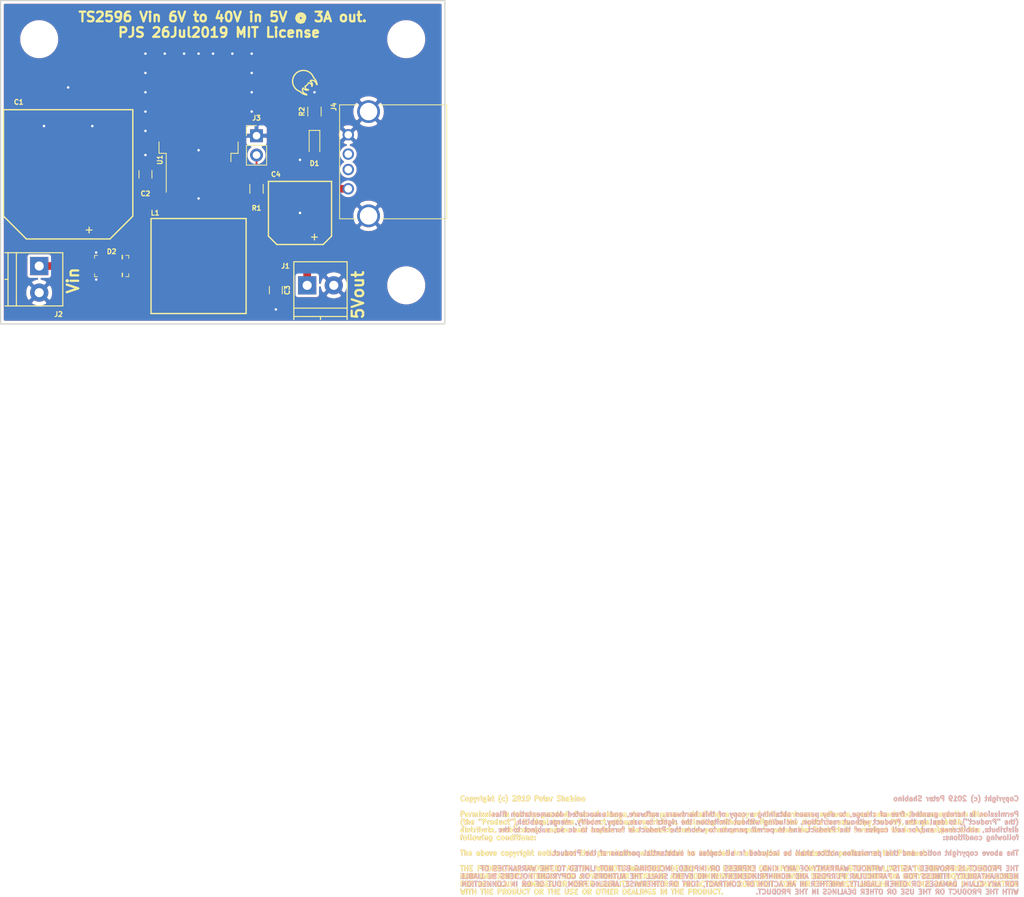
<source format=kicad_pcb>
(kicad_pcb (version 20171130) (host pcbnew "(5.1.0)-1")

  (general
    (thickness 1.6)
    (drawings 13)
    (tracks 108)
    (zones 0)
    (modules 18)
    (nets 9)
  )

  (page A4)
  (title_block
    (title "TS2596 6 to 40V to 5V @ 3A out")
    (date 2019-07-26)
    (rev V0)
    (company www.wire2wire.org)
  )

  (layers
    (0 F.Cu signal)
    (31 B.Cu signal)
    (32 B.Adhes user)
    (33 F.Adhes user)
    (34 B.Paste user)
    (35 F.Paste user hide)
    (36 B.SilkS user)
    (37 F.SilkS user)
    (38 B.Mask user)
    (39 F.Mask user)
    (40 Dwgs.User user)
    (41 Cmts.User user)
    (42 Eco1.User user)
    (43 Eco2.User user)
    (44 Edge.Cuts user)
    (45 Margin user)
    (46 B.CrtYd user)
    (47 F.CrtYd user)
    (48 B.Fab user)
    (49 F.Fab user)
  )

  (setup
    (last_trace_width 0.254)
    (user_trace_width 0.1778)
    (user_trace_width 0.254)
    (user_trace_width 0.3048)
    (user_trace_width 0.381)
    (user_trace_width 0.508)
    (user_trace_width 0.635)
    (user_trace_width 0.762)
    (user_trace_width 1.016)
    (trace_clearance 0.254)
    (zone_clearance 0.3556)
    (zone_45_only yes)
    (trace_min 0.1778)
    (via_size 0.69)
    (via_drill 0.33)
    (via_min_size 0.6858)
    (via_min_drill 0.3302)
    (user_via 0.6858 0.3302)
    (user_via 0.8636 0.508)
    (user_via 1.1176 0.762)
    (user_via 1.3716 1.016)
    (uvia_size 0.508)
    (uvia_drill 0.127)
    (uvias_allowed no)
    (uvia_min_size 0.508)
    (uvia_min_drill 0.127)
    (edge_width 0.15)
    (segment_width 0.2)
    (pcb_text_width 0.3)
    (pcb_text_size 1.5 1.5)
    (mod_edge_width 0.15)
    (mod_text_size 0.508 0.508)
    (mod_text_width 0.127)
    (pad_size 4.550001 5.25)
    (pad_drill 0)
    (pad_to_mask_clearance 0.2)
    (aux_axis_origin 139.065 111.125)
    (visible_elements 7FFDDF7F)
    (pcbplotparams
      (layerselection 0x010fc_ffffffff)
      (usegerberextensions true)
      (usegerberattributes false)
      (usegerberadvancedattributes false)
      (creategerberjobfile false)
      (excludeedgelayer true)
      (linewidth 0.100000)
      (plotframeref false)
      (viasonmask false)
      (mode 1)
      (useauxorigin false)
      (hpglpennumber 1)
      (hpglpenspeed 20)
      (hpglpendiameter 15.000000)
      (psnegative false)
      (psa4output false)
      (plotreference true)
      (plotvalue false)
      (plotinvisibletext false)
      (padsonsilk false)
      (subtractmaskfromsilk true)
      (outputformat 1)
      (mirror false)
      (drillshape 0)
      (scaleselection 1)
      (outputdirectory "Gerber/"))
  )

  (net 0 "")
  (net 1 GND)
  (net 2 +VSW)
  (net 3 +5V)
  (net 4 "Net-(D1-Pad1)")
  (net 5 "Net-(J3-Pad2)")
  (net 6 "Net-(J4-Pad3)")
  (net 7 "Net-(J4-Pad2)")
  (net 8 "Net-(D2-Pad1)")

  (net_class Default "This is the default net class."
    (clearance 0.254)
    (trace_width 0.254)
    (via_dia 0.69)
    (via_drill 0.33)
    (uvia_dia 0.508)
    (uvia_drill 0.127)
    (add_net +5V)
    (add_net +VSW)
    (add_net GND)
    (add_net "Net-(D1-Pad1)")
    (add_net "Net-(D2-Pad1)")
    (add_net "Net-(J3-Pad2)")
    (add_net "Net-(J4-Pad2)")
    (add_net "Net-(J4-Pad3)")
  )

  (module TO_SOT_Packages_SMD:TO-263-5_TabPin3 (layer F.Cu) (tedit 5D3BD9AF) (tstamp 5D3BC87C)
    (at 173.99 80.01 90)
    (descr "TO-263 / D2PAK / DDPAK SMD package, http://www.infineon.com/cms/en/product/packages/PG-TO263/PG-TO263-5-1/")
    (tags "D2PAK DDPAK TO-263 D2PAK-5 TO-263-5 SOT-426")
    (path /5D3917CA)
    (zone_connect 2)
    (attr smd)
    (fp_text reference U1 (at -3.81 -5.08 90) (layer F.SilkS)
      (effects (font (size 0.635 0.635) (thickness 0.15)))
    )
    (fp_text value TS2596 (at 0 6.65 90) (layer F.Fab)
      (effects (font (size 1 1) (thickness 0.15)))
    )
    (fp_line (start 6.5 -5) (end 7.5 -5) (layer F.Fab) (width 0.1))
    (fp_line (start 7.5 -5) (end 7.5 5) (layer F.Fab) (width 0.1))
    (fp_line (start 7.5 5) (end 6.5 5) (layer F.Fab) (width 0.1))
    (fp_line (start 6.5 -5) (end 6.5 5) (layer F.Fab) (width 0.1))
    (fp_line (start 6.5 5) (end -2.75 5) (layer F.Fab) (width 0.1))
    (fp_line (start -2.75 5) (end -2.75 -4) (layer F.Fab) (width 0.1))
    (fp_line (start -2.75 -4) (end -1.75 -5) (layer F.Fab) (width 0.1))
    (fp_line (start -1.75 -5) (end 6.5 -5) (layer F.Fab) (width 0.1))
    (fp_line (start -2.75 -3.8) (end -7.45 -3.8) (layer F.Fab) (width 0.1))
    (fp_line (start -7.45 -3.8) (end -7.45 -3) (layer F.Fab) (width 0.1))
    (fp_line (start -7.45 -3) (end -2.75 -3) (layer F.Fab) (width 0.1))
    (fp_line (start -2.75 -2.1) (end -7.45 -2.1) (layer F.Fab) (width 0.1))
    (fp_line (start -7.45 -2.1) (end -7.45 -1.3) (layer F.Fab) (width 0.1))
    (fp_line (start -7.45 -1.3) (end -2.75 -1.3) (layer F.Fab) (width 0.1))
    (fp_line (start -2.75 -0.4) (end -7.45 -0.4) (layer F.Fab) (width 0.1))
    (fp_line (start -7.45 -0.4) (end -7.45 0.4) (layer F.Fab) (width 0.1))
    (fp_line (start -7.45 0.4) (end -2.75 0.4) (layer F.Fab) (width 0.1))
    (fp_line (start -2.75 1.3) (end -7.45 1.3) (layer F.Fab) (width 0.1))
    (fp_line (start -7.45 1.3) (end -7.45 2.1) (layer F.Fab) (width 0.1))
    (fp_line (start -7.45 2.1) (end -2.75 2.1) (layer F.Fab) (width 0.1))
    (fp_line (start -2.75 3) (end -7.45 3) (layer F.Fab) (width 0.1))
    (fp_line (start -7.45 3) (end -7.45 3.8) (layer F.Fab) (width 0.1))
    (fp_line (start -7.45 3.8) (end -2.75 3.8) (layer F.Fab) (width 0.1))
    (fp_line (start -1.45 -5.2) (end -2.95 -5.2) (layer F.SilkS) (width 0.12))
    (fp_line (start -2.95 -5.2) (end -2.95 -4.25) (layer F.SilkS) (width 0.12))
    (fp_line (start -2.95 -4.25) (end -8.075 -4.25) (layer F.SilkS) (width 0.12))
    (fp_line (start -1.45 5.2) (end -2.95 5.2) (layer F.SilkS) (width 0.12))
    (fp_line (start -2.95 5.2) (end -2.95 4.25) (layer F.SilkS) (width 0.12))
    (fp_line (start -2.95 4.25) (end -4.05 4.25) (layer F.SilkS) (width 0.12))
    (fp_line (start -8.32 -5.65) (end -8.32 5.65) (layer F.CrtYd) (width 0.05))
    (fp_line (start -8.32 5.65) (end 8.32 5.65) (layer F.CrtYd) (width 0.05))
    (fp_line (start 8.32 5.65) (end 8.32 -5.65) (layer F.CrtYd) (width 0.05))
    (fp_line (start 8.32 -5.65) (end -8.32 -5.65) (layer F.CrtYd) (width 0.05))
    (fp_text user %R (at 0 0 90) (layer F.Fab)
      (effects (font (size 0.635 0.635) (thickness 0.15)))
    )
    (pad 1 smd rect (at -5.775 -3.4 90) (size 4.6 1.1) (layers F.Cu F.Paste F.Mask)
      (net 2 +VSW) (zone_connect 2))
    (pad 2 smd rect (at -5.775 -1.7 90) (size 4.6 1.1) (layers F.Cu F.Paste F.Mask)
      (net 8 "Net-(D2-Pad1)") (zone_connect 2))
    (pad 3 smd rect (at -5.775 0 90) (size 4.6 1.1) (layers F.Cu F.Paste F.Mask)
      (net 1 GND) (zone_connect 2))
    (pad 4 smd rect (at -5.775 1.7 90) (size 4.6 1.1) (layers F.Cu F.Paste F.Mask)
      (net 3 +5V) (zone_connect 2))
    (pad 5 smd rect (at -5.775 3.4 90) (size 4.6 1.1) (layers F.Cu F.Paste F.Mask)
      (net 5 "Net-(J3-Pad2)") (zone_connect 2))
    (pad 3 smd rect (at 3.375 0 90) (size 9.399999 10.800001) (layers F.Cu F.Mask)
      (net 1 GND) (zone_connect 2))
    (pad 3 smd rect (at 5.8 2.775 90) (size 4.550001 5.25) (layers F.Cu F.Paste)
      (net 1 GND) (zone_connect 2))
    (pad 3 smd rect (at 0.95 -2.775 90) (size 4.550001 5.25) (layers F.Cu F.Paste)
      (net 1 GND) (zone_connect 2))
    (pad 3 smd rect (at 5.8 -2.775 90) (size 4.550001 5.25) (layers F.Cu F.Paste)
      (net 1 GND) (zone_connect 2))
    (pad 3 smd rect (at 0.95 2.775 90) (size 4.550001 5.25) (layers F.Cu F.Paste)
      (net 1 GND) (zone_connect 2))
    (model ${KISYS3DMOD}/TO_SOT_Packages_SMD.3dshapes/TO-263-5_TabPin3.wrl
      (at (xyz 0 0 0))
      (scale (xyz 1 1 1))
      (rotate (xyz 0 0 0))
    )
  )

  (module PJS_smt_parts:EEE-HA1AxxxUP (layer F.Cu) (tedit 5D3BD643) (tstamp 5D3BC80F)
    (at 187.325 90.805)
    (path /5D397E9B)
    (fp_text reference C4 (at -3.175 -5.08 180) (layer F.SilkS)
      (effects (font (size 0.635 0.635) (thickness 0.15)))
    )
    (fp_text value 470uF (at -5 0 90) (layer F.Fab)
      (effects (font (size 1 1) (thickness 0.15)))
    )
    (fp_text user + (at 1.9 3.1) (layer F.SilkS)
      (effects (font (size 1 1) (thickness 0.15)))
    )
    (fp_line (start -4.15 3.05) (end -4.15 -4.15) (layer F.SilkS) (width 0.18))
    (fp_line (start -3.05 4.15) (end -4.15 3.05) (layer F.SilkS) (width 0.18))
    (fp_line (start 3.05 4.15) (end -3.05 4.15) (layer F.SilkS) (width 0.18))
    (fp_line (start 4.15 3.05) (end 3.05 4.15) (layer F.SilkS) (width 0.18))
    (fp_line (start 4.15 -4.15) (end 4.15 3.05) (layer F.SilkS) (width 0.18))
    (fp_line (start -4.15 -4.15) (end 4.15 -4.15) (layer F.SilkS) (width 0.18))
    (pad 2 smd rect (at 0 -3.55) (size 2 4) (layers F.Cu F.Paste F.Mask)
      (net 1 GND))
    (pad 1 smd rect (at 0 3.55) (size 2 4) (layers F.Cu F.Paste F.Mask)
      (net 3 +5V))
  )

  (module Mounting_Holes:MountingHole_4.3mm_M4 (layer F.Cu) (tedit 56D1B4CB) (tstamp 5D3BE1A5)
    (at 201.295 67.945)
    (descr "Mounting Hole 4.3mm, no annular, M4")
    (tags "mounting hole 4.3mm no annular m4")
    (attr virtual)
    (fp_text reference REF** (at 2.54 -7.62) (layer F.SilkS) hide
      (effects (font (size 0.635 0.635) (thickness 0.15)))
    )
    (fp_text value MountingHole_4.3mm_M4 (at 0 5.3) (layer F.Fab)
      (effects (font (size 1 1) (thickness 0.15)))
    )
    (fp_text user %R (at 0.3 0) (layer F.Fab)
      (effects (font (size 0.635 0.635) (thickness 0.15)))
    )
    (fp_circle (center 0 0) (end 4.3 0) (layer Cmts.User) (width 0.15))
    (fp_circle (center 0 0) (end 4.55 0) (layer F.CrtYd) (width 0.05))
    (pad 1 np_thru_hole circle (at 0 0) (size 4.3 4.3) (drill 4.3) (layers *.Cu *.Mask))
  )

  (module Mounting_Holes:MountingHole_4.3mm_M4 (layer F.Cu) (tedit 56D1B4CB) (tstamp 5D3BE699)
    (at 201.295 100.33)
    (descr "Mounting Hole 4.3mm, no annular, M4")
    (tags "mounting hole 4.3mm no annular m4")
    (attr virtual)
    (fp_text reference REF** (at 8.255 -3.175) (layer F.SilkS) hide
      (effects (font (size 0.635 0.635) (thickness 0.15)))
    )
    (fp_text value MountingHole_4.3mm_M4 (at 0 5.3) (layer F.Fab)
      (effects (font (size 1 1) (thickness 0.15)))
    )
    (fp_text user %R (at 0.3 0) (layer F.Fab)
      (effects (font (size 0.635 0.635) (thickness 0.15)))
    )
    (fp_circle (center 0 0) (end 4.3 0) (layer Cmts.User) (width 0.15))
    (fp_circle (center 0 0) (end 4.55 0) (layer F.CrtYd) (width 0.05))
    (pad 1 np_thru_hole circle (at 0 0) (size 4.3 4.3) (drill 4.3) (layers *.Cu *.Mask))
  )

  (module Mounting_Holes:MountingHole_4.3mm_M4 (layer F.Cu) (tedit 56D1B4CB) (tstamp 5D3BE193)
    (at 153.035 67.945)
    (descr "Mounting Hole 4.3mm, no annular, M4")
    (tags "mounting hole 4.3mm no annular m4")
    (attr virtual)
    (fp_text reference REF** (at -1.27 -7.62) (layer F.SilkS) hide
      (effects (font (size 0.635 0.635) (thickness 0.15)))
    )
    (fp_text value MountingHole_4.3mm_M4 (at 0 5.3) (layer F.Fab)
      (effects (font (size 1 1) (thickness 0.15)))
    )
    (fp_text user %R (at 0.3 0) (layer F.Fab)
      (effects (font (size 0.635 0.635) (thickness 0.15)))
    )
    (fp_circle (center 0 0) (end 4.3 0) (layer Cmts.User) (width 0.15))
    (fp_circle (center 0 0) (end 4.55 0) (layer F.CrtYd) (width 0.05))
    (pad 1 np_thru_hole circle (at 0 0) (size 4.3 4.3) (drill 4.3) (layers *.Cu *.Mask))
  )

  (module digikey-footprints:DO-214AC (layer F.Cu) (tedit 5D3BCA07) (tstamp 5D3BC835)
    (at 162.56 97.79 180)
    (path /5D399B7C)
    (fp_text reference D2 (at 0 1.905) (layer F.SilkS)
      (effects (font (size 0.635 0.635) (thickness 0.15)))
    )
    (fp_text value TSSA3U45 (at 0 2.45 180) (layer F.Fab)
      (effects (font (size 1 1) (thickness 0.15)))
    )
    (fp_line (start -2.15 -1.3) (end -2.15 1.3) (layer F.Fab) (width 0.1))
    (fp_line (start 2.15 -1.3) (end 2.15 1.3) (layer F.Fab) (width 0.1))
    (fp_line (start -2.15 -1.3) (end 2.15 -1.3) (layer F.Fab) (width 0.1))
    (fp_line (start -2.15 1.3) (end 2.15 1.3) (layer F.Fab) (width 0.1))
    (fp_text user %R (at 0.40894 0 180) (layer F.Fab)
      (effects (font (size 0.635 0.635) (thickness 0.075)))
    )
    (fp_line (start 2.25 -1.4) (end 2.25 -1) (layer F.SilkS) (width 0.1))
    (fp_line (start 2.25 -1.4) (end 1.85 -1.4) (layer F.SilkS) (width 0.1))
    (fp_line (start -2.25 -1.4) (end -1.85 -1.4) (layer F.SilkS) (width 0.1))
    (fp_line (start -2.25 -1.4) (end -2.25 -1) (layer F.SilkS) (width 0.1))
    (fp_line (start -2.25 1.4) (end -2.25 1) (layer F.SilkS) (width 0.1))
    (fp_line (start -2.25 1.4) (end -1.85 1.4) (layer F.SilkS) (width 0.1))
    (fp_line (start 2.25 1.4) (end 2.25 1) (layer F.SilkS) (width 0.1))
    (fp_line (start 2.25 1.4) (end 1.85 1.4) (layer F.SilkS) (width 0.1))
    (fp_line (start -3.5 -1.55) (end -3.5 1.55) (layer F.CrtYd) (width 0.05))
    (fp_line (start 3.5 -1.55) (end 3.5 1.55) (layer F.CrtYd) (width 0.05))
    (fp_line (start -3.5 -1.55) (end 3.5 -1.55) (layer F.CrtYd) (width 0.05))
    (fp_line (start -3.5 1.55) (end 3.5 1.55) (layer F.CrtYd) (width 0.05))
    (fp_line (start -1.36398 -1.39954) (end -1.44018 -1.39954) (layer F.SilkS) (width 0.1))
    (fp_line (start -1.36398 -0.93472) (end -1.36398 -1.39954) (layer F.SilkS) (width 0.1))
    (fp_line (start -1.44018 -0.93472) (end -1.36398 -0.93472) (layer F.SilkS) (width 0.1))
    (fp_line (start -1.44018 -1.39954) (end -1.44018 -0.93472) (layer F.SilkS) (width 0.1))
    (fp_line (start -1.36398 1.40208) (end -1.44018 1.40208) (layer F.SilkS) (width 0.1))
    (fp_line (start -1.36398 0.94234) (end -1.36398 1.40208) (layer F.SilkS) (width 0.1))
    (fp_line (start -1.44018 0.94234) (end -1.36398 0.94234) (layer F.SilkS) (width 0.1))
    (fp_line (start -1.44018 1.40208) (end -1.44018 0.94234) (layer F.SilkS) (width 0.1))
    (fp_line (start -1.36144 -1.30048) (end -1.44018 -1.30048) (layer F.Fab) (width 0.1))
    (fp_line (start -1.36398 1.30048) (end -1.36144 -1.30048) (layer F.Fab) (width 0.1))
    (fp_line (start -1.44018 1.30048) (end -1.36398 1.30048) (layer F.Fab) (width 0.1))
    (fp_line (start -1.44018 -1.30048) (end -1.44018 1.30048) (layer F.Fab) (width 0.1))
    (pad 1 smd rect (at -2 0 180) (size 2.5 1.7) (layers F.Cu F.Paste F.Mask)
      (net 8 "Net-(D2-Pad1)"))
    (pad 2 smd rect (at 2 0 180) (size 2.5 1.7) (layers F.Cu F.Paste F.Mask)
      (net 1 GND))
  )

  (module Resistors_SMD:R_0805 (layer F.Cu) (tedit 58E0A804) (tstamp 5D3BC879)
    (at 189.23 77.47 90)
    (descr "Resistor SMD 0805, reflow soldering, Vishay (see dcrcw.pdf)")
    (tags "resistor 0805")
    (path /5D3C8788)
    (attr smd)
    (fp_text reference R2 (at 0 -1.65 90) (layer F.SilkS)
      (effects (font (size 0.635 0.635) (thickness 0.15)))
    )
    (fp_text value 1k (at 0 1.75 90) (layer F.Fab)
      (effects (font (size 1 1) (thickness 0.15)))
    )
    (fp_text user %R (at 0 0 90) (layer F.Fab)
      (effects (font (size 0.635 0.635) (thickness 0.075)))
    )
    (fp_line (start -1 0.62) (end -1 -0.62) (layer F.Fab) (width 0.1))
    (fp_line (start 1 0.62) (end -1 0.62) (layer F.Fab) (width 0.1))
    (fp_line (start 1 -0.62) (end 1 0.62) (layer F.Fab) (width 0.1))
    (fp_line (start -1 -0.62) (end 1 -0.62) (layer F.Fab) (width 0.1))
    (fp_line (start 0.6 0.88) (end -0.6 0.88) (layer F.SilkS) (width 0.12))
    (fp_line (start -0.6 -0.88) (end 0.6 -0.88) (layer F.SilkS) (width 0.12))
    (fp_line (start -1.55 -0.9) (end 1.55 -0.9) (layer F.CrtYd) (width 0.05))
    (fp_line (start -1.55 -0.9) (end -1.55 0.9) (layer F.CrtYd) (width 0.05))
    (fp_line (start 1.55 0.9) (end 1.55 -0.9) (layer F.CrtYd) (width 0.05))
    (fp_line (start 1.55 0.9) (end -1.55 0.9) (layer F.CrtYd) (width 0.05))
    (pad 1 smd rect (at -0.95 0 90) (size 0.7 1.3) (layers F.Cu F.Paste F.Mask)
      (net 4 "Net-(D1-Pad1)"))
    (pad 2 smd rect (at 0.95 0 90) (size 0.7 1.3) (layers F.Cu F.Paste F.Mask)
      (net 1 GND))
    (model ${KISYS3DMOD}/Resistors_SMD.3dshapes/R_0805.wrl
      (at (xyz 0 0 0))
      (scale (xyz 1 1 1))
      (rotate (xyz 0 0 0))
    )
  )

  (module Resistors_SMD:R_0805 (layer F.Cu) (tedit 58E0A804) (tstamp 5D3BC876)
    (at 181.61 87.63 270)
    (descr "Resistor SMD 0805, reflow soldering, Vishay (see dcrcw.pdf)")
    (tags "resistor 0805")
    (path /5D3A2D6F)
    (attr smd)
    (fp_text reference R1 (at 2.54 0) (layer F.SilkS)
      (effects (font (size 0.635 0.635) (thickness 0.15)))
    )
    (fp_text value 10k (at 0 1.75 270) (layer F.Fab)
      (effects (font (size 1 1) (thickness 0.15)))
    )
    (fp_text user %R (at 0 0 270) (layer F.Fab)
      (effects (font (size 0.635 0.635) (thickness 0.075)))
    )
    (fp_line (start -1 0.62) (end -1 -0.62) (layer F.Fab) (width 0.1))
    (fp_line (start 1 0.62) (end -1 0.62) (layer F.Fab) (width 0.1))
    (fp_line (start 1 -0.62) (end 1 0.62) (layer F.Fab) (width 0.1))
    (fp_line (start -1 -0.62) (end 1 -0.62) (layer F.Fab) (width 0.1))
    (fp_line (start 0.6 0.88) (end -0.6 0.88) (layer F.SilkS) (width 0.12))
    (fp_line (start -0.6 -0.88) (end 0.6 -0.88) (layer F.SilkS) (width 0.12))
    (fp_line (start -1.55 -0.9) (end 1.55 -0.9) (layer F.CrtYd) (width 0.05))
    (fp_line (start -1.55 -0.9) (end -1.55 0.9) (layer F.CrtYd) (width 0.05))
    (fp_line (start 1.55 0.9) (end 1.55 -0.9) (layer F.CrtYd) (width 0.05))
    (fp_line (start 1.55 0.9) (end -1.55 0.9) (layer F.CrtYd) (width 0.05))
    (pad 1 smd rect (at -0.95 0 270) (size 0.7 1.3) (layers F.Cu F.Paste F.Mask)
      (net 5 "Net-(J3-Pad2)"))
    (pad 2 smd rect (at 0.95 0 270) (size 0.7 1.3) (layers F.Cu F.Paste F.Mask)
      (net 1 GND))
    (model ${KISYS3DMOD}/Resistors_SMD.3dshapes/R_0805.wrl
      (at (xyz 0 0 0))
      (scale (xyz 1 1 1))
      (rotate (xyz 0 0 0))
    )
  )

  (module Bourns:SRP1265A (layer F.Cu) (tedit 5D3BAE0C) (tstamp 5D3BC873)
    (at 173.99 97.79)
    (path /5D39CAC9)
    (fp_text reference L1 (at -5.715 -6.985) (layer F.SilkS)
      (effects (font (size 0.635 0.635) (thickness 0.15)))
    )
    (fp_text value 47uH (at 0 -5.25) (layer F.Fab)
      (effects (font (size 1 1) (thickness 0.15)))
    )
    (fp_line (start -6.25 6.25) (end -6.25 -6.25) (layer F.SilkS) (width 0.18))
    (fp_line (start 6.25 6.25) (end -6.25 6.25) (layer F.SilkS) (width 0.18))
    (fp_line (start 6.25 -6.25) (end 6.25 6.25) (layer F.SilkS) (width 0.18))
    (fp_line (start -6.25 -6.25) (end 6.25 -6.25) (layer F.SilkS) (width 0.18))
    (pad 2 smd rect (at 5.55 0) (size 3.1 5) (layers F.Cu F.Paste F.Mask)
      (net 3 +5V))
    (pad 1 smd rect (at -5.55 0) (size 3.1 5) (layers F.Cu F.Paste F.Mask)
      (net 8 "Net-(D2-Pad1)"))
  )

  (module Connectors:USB_A (layer F.Cu) (tedit 5543E289) (tstamp 5D3BC869)
    (at 193.675 87.63 90)
    (descr "USB A connector")
    (tags "USB USB_A")
    (path /5D3AFD5D)
    (fp_text reference J4 (at 10.795 -1.905 90) (layer F.SilkS)
      (effects (font (size 0.635 0.635) (thickness 0.15)))
    )
    (fp_text value USB_A (at 3.84 7.44 90) (layer F.Fab)
      (effects (font (size 1 1) (thickness 0.15)))
    )
    (fp_line (start -5.3 13.2) (end -5.3 -1.4) (layer F.CrtYd) (width 0.05))
    (fp_line (start 11.95 -1.4) (end 11.95 13.2) (layer F.CrtYd) (width 0.05))
    (fp_line (start -5.3 13.2) (end 11.95 13.2) (layer F.CrtYd) (width 0.05))
    (fp_line (start -5.3 -1.4) (end 11.95 -1.4) (layer F.CrtYd) (width 0.05))
    (fp_line (start 11.05 -1.14) (end 11.05 1.19) (layer F.SilkS) (width 0.12))
    (fp_line (start -3.94 -1.14) (end -3.94 0.98) (layer F.SilkS) (width 0.12))
    (fp_line (start 11.05 -1.14) (end -3.94 -1.14) (layer F.SilkS) (width 0.12))
    (fp_line (start 11.05 12.95) (end -3.94 12.95) (layer F.SilkS) (width 0.12))
    (fp_line (start 11.05 4.15) (end 11.05 12.95) (layer F.SilkS) (width 0.12))
    (fp_line (start -3.94 4.35) (end -3.94 12.95) (layer F.SilkS) (width 0.12))
    (pad 4 thru_hole circle (at 7.11 0) (size 1.5 1.5) (drill 1) (layers *.Cu *.Mask)
      (net 1 GND))
    (pad 3 thru_hole circle (at 4.57 0) (size 1.5 1.5) (drill 1) (layers *.Cu *.Mask)
      (net 6 "Net-(J4-Pad3)"))
    (pad 2 thru_hole circle (at 2.54 0) (size 1.5 1.5) (drill 1) (layers *.Cu *.Mask)
      (net 7 "Net-(J4-Pad2)"))
    (pad 1 thru_hole circle (at 0 0) (size 1.5 1.5) (drill 1) (layers *.Cu *.Mask)
      (net 3 +5V))
    (pad 5 thru_hole circle (at 10.16 2.67) (size 3 3) (drill 2.3) (layers *.Cu *.Mask)
      (net 1 GND))
    (pad 5 thru_hole circle (at -3.56 2.67) (size 3 3) (drill 2.3) (layers *.Cu *.Mask)
      (net 1 GND))
    (model ${KISYS3DMOD}/Connectors.3dshapes/USB_A.wrl
      (offset (xyz 3.555999946594238 0 0))
      (scale (xyz 1 1 1))
      (rotate (xyz 0 0 90))
    )
  )

  (module Pin_Headers:Pin_Header_Straight_1x02_Pitch2.54mm (layer F.Cu) (tedit 59650532) (tstamp 5D3BC866)
    (at 181.61 80.645)
    (descr "Through hole straight pin header, 1x02, 2.54mm pitch, single row")
    (tags "Through hole pin header THT 1x02 2.54mm single row")
    (path /5D3BC6AC)
    (fp_text reference J3 (at 0 -2.33) (layer F.SilkS)
      (effects (font (size 0.635 0.635) (thickness 0.15)))
    )
    (fp_text value Header (at 0 4.87) (layer F.Fab)
      (effects (font (size 1 1) (thickness 0.15)))
    )
    (fp_line (start -0.635 -1.27) (end 1.27 -1.27) (layer F.Fab) (width 0.1))
    (fp_line (start 1.27 -1.27) (end 1.27 3.81) (layer F.Fab) (width 0.1))
    (fp_line (start 1.27 3.81) (end -1.27 3.81) (layer F.Fab) (width 0.1))
    (fp_line (start -1.27 3.81) (end -1.27 -0.635) (layer F.Fab) (width 0.1))
    (fp_line (start -1.27 -0.635) (end -0.635 -1.27) (layer F.Fab) (width 0.1))
    (fp_line (start -1.33 3.87) (end 1.33 3.87) (layer F.SilkS) (width 0.12))
    (fp_line (start -1.33 1.27) (end -1.33 3.87) (layer F.SilkS) (width 0.12))
    (fp_line (start 1.33 1.27) (end 1.33 3.87) (layer F.SilkS) (width 0.12))
    (fp_line (start -1.33 1.27) (end 1.33 1.27) (layer F.SilkS) (width 0.12))
    (fp_line (start -1.33 0) (end -1.33 -1.33) (layer F.SilkS) (width 0.12))
    (fp_line (start -1.33 -1.33) (end 0 -1.33) (layer F.SilkS) (width 0.12))
    (fp_line (start -1.8 -1.8) (end -1.8 4.35) (layer F.CrtYd) (width 0.05))
    (fp_line (start -1.8 4.35) (end 1.8 4.35) (layer F.CrtYd) (width 0.05))
    (fp_line (start 1.8 4.35) (end 1.8 -1.8) (layer F.CrtYd) (width 0.05))
    (fp_line (start 1.8 -1.8) (end -1.8 -1.8) (layer F.CrtYd) (width 0.05))
    (fp_text user %R (at 0 1.27 90) (layer F.Fab)
      (effects (font (size 0.635 0.635) (thickness 0.15)))
    )
    (pad 1 thru_hole rect (at 0 0) (size 1.7 1.7) (drill 1) (layers *.Cu *.Mask)
      (net 1 GND))
    (pad 2 thru_hole oval (at 0 2.54) (size 1.7 1.7) (drill 1) (layers *.Cu *.Mask)
      (net 5 "Net-(J3-Pad2)"))
    (model ${KISYS3DMOD}/Pin_Headers.3dshapes/Pin_Header_Straight_1x02_Pitch2.54mm.wrl
      (at (xyz 0 0 0))
      (scale (xyz 1 1 1))
      (rotate (xyz 0 0 0))
    )
  )

  (module TerminalBlocks_Phoenix:TerminalBlock_Phoenix_PT-3.5mm_2pol (layer F.Cu) (tedit 59FF0756) (tstamp 5D3BC863)
    (at 153.035 97.79 270)
    (descr "2-way 3.5mm pitch terminal block, Phoenix PT series")
    (path /5D3AC16C)
    (fp_text reference J2 (at 6.35 -2.54) (layer F.SilkS)
      (effects (font (size 0.635 0.635) (thickness 0.15)))
    )
    (fp_text value "3.5mm screw" (at 1.75 6 270) (layer F.Fab)
      (effects (font (size 1 1) (thickness 0.15)))
    )
    (fp_text user %R (at 1.75 0 270) (layer F.Fab)
      (effects (font (size 0.635 0.635) (thickness 0.15)))
    )
    (fp_line (start -1.9 -3.3) (end 5.4 -3.3) (layer F.CrtYd) (width 0.05))
    (fp_line (start -1.9 4.7) (end -1.9 -3.3) (layer F.CrtYd) (width 0.05))
    (fp_line (start 5.4 4.7) (end -1.9 4.7) (layer F.CrtYd) (width 0.05))
    (fp_line (start 5.4 -3.3) (end 5.4 4.7) (layer F.CrtYd) (width 0.05))
    (fp_line (start 1.75 4.1) (end 1.75 4.5) (layer F.SilkS) (width 0.15))
    (fp_line (start -1.75 3) (end 5.25 3) (layer F.SilkS) (width 0.15))
    (fp_line (start -1.75 4.1) (end 5.25 4.1) (layer F.SilkS) (width 0.15))
    (fp_line (start -1.75 -3.1) (end -1.75 4.5) (layer F.SilkS) (width 0.15))
    (fp_line (start 5.25 4.5) (end 5.25 -3.1) (layer F.SilkS) (width 0.15))
    (fp_line (start 5.25 -3.1) (end -1.75 -3.1) (layer F.SilkS) (width 0.15))
    (pad 2 thru_hole circle (at 3.5 0 270) (size 2.4 2.4) (drill 1.2) (layers *.Cu *.Mask)
      (net 1 GND))
    (pad 1 thru_hole rect (at 0 0 270) (size 2.4 2.4) (drill 1.2) (layers *.Cu *.Mask)
      (net 2 +VSW))
    (model ${KISYS3DMOD}/TerminalBlock_Phoenix.3dshapes/TerminalBlock_Phoenix_PT-3.5mm_2pol.wrl
      (at (xyz 0 0 0))
      (scale (xyz 1 1 1))
      (rotate (xyz 0 0 0))
    )
  )

  (module TerminalBlocks_Phoenix:TerminalBlock_Phoenix_PT-3.5mm_2pol (layer F.Cu) (tedit 59FF0756) (tstamp 5D3BC860)
    (at 188.27 100.33)
    (descr "2-way 3.5mm pitch terminal block, Phoenix PT series")
    (path /5D3AE266)
    (fp_text reference J1 (at -2.85 -2.54) (layer F.SilkS)
      (effects (font (size 0.635 0.635) (thickness 0.15)))
    )
    (fp_text value "3.5mm screw" (at 1.75 6) (layer F.Fab)
      (effects (font (size 1 1) (thickness 0.15)))
    )
    (fp_text user %R (at 1.75 0) (layer F.Fab)
      (effects (font (size 0.635 0.635) (thickness 0.15)))
    )
    (fp_line (start -1.9 -3.3) (end 5.4 -3.3) (layer F.CrtYd) (width 0.05))
    (fp_line (start -1.9 4.7) (end -1.9 -3.3) (layer F.CrtYd) (width 0.05))
    (fp_line (start 5.4 4.7) (end -1.9 4.7) (layer F.CrtYd) (width 0.05))
    (fp_line (start 5.4 -3.3) (end 5.4 4.7) (layer F.CrtYd) (width 0.05))
    (fp_line (start 1.75 4.1) (end 1.75 4.5) (layer F.SilkS) (width 0.15))
    (fp_line (start -1.75 3) (end 5.25 3) (layer F.SilkS) (width 0.15))
    (fp_line (start -1.75 4.1) (end 5.25 4.1) (layer F.SilkS) (width 0.15))
    (fp_line (start -1.75 -3.1) (end -1.75 4.5) (layer F.SilkS) (width 0.15))
    (fp_line (start 5.25 4.5) (end 5.25 -3.1) (layer F.SilkS) (width 0.15))
    (fp_line (start 5.25 -3.1) (end -1.75 -3.1) (layer F.SilkS) (width 0.15))
    (pad 2 thru_hole circle (at 3.5 0) (size 2.4 2.4) (drill 1.2) (layers *.Cu *.Mask)
      (net 1 GND))
    (pad 1 thru_hole rect (at 0 0) (size 2.4 2.4) (drill 1.2) (layers *.Cu *.Mask)
      (net 3 +5V))
    (model ${KISYS3DMOD}/TerminalBlock_Phoenix.3dshapes/TerminalBlock_Phoenix_PT-3.5mm_2pol.wrl
      (at (xyz 0 0 0))
      (scale (xyz 1 1 1))
      (rotate (xyz 0 0 0))
    )
  )

  (module PJS-icons:metroid (layer F.Cu) (tedit 5A0106A6) (tstamp 5D3BC85D)
    (at 187.774013 73.474013 45)
    (path /5D392714)
    (fp_text reference icon1 (at 0 2.54 45) (layer F.Fab) hide
      (effects (font (size 0.635 0.635) (thickness 0.15)))
    )
    (fp_text value Metroid (at 0 -2.54 45) (layer F.SilkS) hide
      (effects (font (size 1.5 1.5) (thickness 0.15)))
    )
    (fp_arc (start 0 0) (end -1.27 0.635) (angle 233.1) (layer F.SilkS) (width 0.1778))
    (fp_arc (start -1.1684 0.0254) (end -1.27 -0.4064) (angle 90) (layer F.Cu) (width 0.1778))
    (fp_arc (start 0.2286 -0.8382) (end 0 -0.8636) (angle 90) (layer F.Cu) (width 0.1778))
    (fp_arc (start 0.254 -1.3208) (end 0.508 -1.3208) (angle 90) (layer F.Cu) (width 0.1778))
    (fp_arc (start 0.038519 0.727991) (end -1.27 0.635) (angle -45) (layer F.SilkS) (width 0.1778))
    (fp_arc (start -0.47625 1.11125) (end -0.79375 0.635) (angle -90) (layer F.SilkS) (width 0.1778))
    (fp_line (start -0.9525 1.5875) (end -0.9525 1.42875) (layer F.SilkS) (width 0.1778))
    (fp_line (start -0.79375 0.635) (end -0.635 0.635) (layer F.SilkS) (width 0.1778))
    (fp_arc (start -0.15748 0.79375) (end -0.635 0.635) (angle -90) (layer F.SilkS) (width 0.1778))
    (fp_arc (start 0 0.9525) (end -0.3175 0.635) (angle -90) (layer F.SilkS) (width 0.1778))
    (fp_arc (start 0 -0.317497) (end 0.3175 0.635) (angle 36.9) (layer F.SilkS) (width 0.1778))
    (fp_arc (start 0 0.9525) (end 0.3175 0.635) (angle 90) (layer F.SilkS) (width 0.1778))
    (fp_arc (start 0.15748 0.79375) (end 0.635 0.635) (angle 90) (layer F.SilkS) (width 0.1778))
    (fp_line (start 0.79375 0.635) (end 0.635 0.635) (layer F.SilkS) (width 0.1778))
    (fp_line (start 0.9525 1.5875) (end 0.9525 1.42875) (layer F.SilkS) (width 0.1778))
    (fp_arc (start 0.47625 1.11125) (end 0.79375 0.635) (angle 90) (layer F.SilkS) (width 0.1778))
    (fp_arc (start -0.038519 0.727991) (end 1.27 0.635) (angle 45) (layer F.SilkS) (width 0.1778))
    (fp_arc (start -0.038519 0.727991) (end 1.27 0.635) (angle 45) (layer F.Cu) (width 0.1778))
    (fp_arc (start 0.47625 1.11125) (end 0.79375 0.635) (angle 90) (layer F.Cu) (width 0.1778))
    (fp_line (start 0.9525 1.5875) (end 0.9525 1.42875) (layer F.Cu) (width 0.1778))
    (fp_line (start 0.79375 0.635) (end 0.635 0.635) (layer F.Cu) (width 0.1778))
    (fp_arc (start 0.15748 0.79375) (end 0.635 0.635) (angle 90) (layer F.Cu) (width 0.1778))
    (fp_arc (start 0 0.9525) (end 0.3175 0.635) (angle 90) (layer F.Cu) (width 0.1778))
    (fp_arc (start 0 -0.317497) (end 0.3175 0.635) (angle 36.9) (layer F.Cu) (width 0.1778))
    (fp_arc (start 0 0.9525) (end -0.3175 0.635) (angle -90) (layer F.Cu) (width 0.1778))
    (fp_arc (start -0.15748 0.79375) (end -0.635 0.635) (angle -90) (layer F.Cu) (width 0.1778))
    (fp_line (start -0.79375 0.635) (end -0.635 0.635) (layer F.Cu) (width 0.1778))
    (fp_line (start -0.9525 1.5875) (end -0.9525 1.42875) (layer F.Cu) (width 0.1778))
    (fp_arc (start -0.47625 1.11125) (end -0.79375 0.635) (angle -90) (layer F.Cu) (width 0.1778))
    (fp_arc (start 0.038519 0.727991) (end -1.27 0.635) (angle -45) (layer F.Cu) (width 0.1778))
    (fp_arc (start 0 0) (end -1.27 0.635) (angle 233.1) (layer F.Cu) (width 0.1778))
    (fp_arc (start 0.839684 -0.269991) (end 1.1176 -0.0762) (angle 92.3) (layer F.Cu) (width 0.1778))
    (fp_arc (start 1.260669 0.027866) (end 1.1176 -0.0762) (angle 82.9) (layer F.Cu) (width 0.1778))
    (pad "" smd circle (at 0 -0.635 45) (size 0.635 0.635) (layers F.Cu F.Paste F.Mask))
    (pad "" smd circle (at 0.635 0 45) (size 0.635 0.635) (layers F.Cu F.Paste F.Mask))
    (pad "" smd circle (at -0.635 0 45) (size 0.635 0.635) (layers F.Cu F.Paste F.Mask))
  )

  (module LEDs:LED_0805 (layer F.Cu) (tedit 59959803) (tstamp 5D3BC812)
    (at 189.23 81.745 270)
    (descr "LED 0805 smd package")
    (tags "LED led 0805 SMD smd SMT smt smdled SMDLED smtled SMTLED")
    (path /5D3C76CA)
    (attr smd)
    (fp_text reference D1 (at 2.54 0) (layer F.SilkS)
      (effects (font (size 0.635 0.635) (thickness 0.15)))
    )
    (fp_text value Red (at 0 1.55 270) (layer F.Fab)
      (effects (font (size 1 1) (thickness 0.15)))
    )
    (fp_line (start -1.8 -0.7) (end -1.8 0.7) (layer F.SilkS) (width 0.12))
    (fp_line (start -0.4 -0.4) (end -0.4 0.4) (layer F.Fab) (width 0.1))
    (fp_line (start -0.4 0) (end 0.2 -0.4) (layer F.Fab) (width 0.1))
    (fp_line (start 0.2 0.4) (end -0.4 0) (layer F.Fab) (width 0.1))
    (fp_line (start 0.2 -0.4) (end 0.2 0.4) (layer F.Fab) (width 0.1))
    (fp_line (start 1 0.6) (end -1 0.6) (layer F.Fab) (width 0.1))
    (fp_line (start 1 -0.6) (end 1 0.6) (layer F.Fab) (width 0.1))
    (fp_line (start -1 -0.6) (end 1 -0.6) (layer F.Fab) (width 0.1))
    (fp_line (start -1 0.6) (end -1 -0.6) (layer F.Fab) (width 0.1))
    (fp_line (start -1.8 0.7) (end 1 0.7) (layer F.SilkS) (width 0.12))
    (fp_line (start -1.8 -0.7) (end 1 -0.7) (layer F.SilkS) (width 0.12))
    (fp_line (start 1.95 -0.85) (end 1.95 0.85) (layer F.CrtYd) (width 0.05))
    (fp_line (start 1.95 0.85) (end -1.95 0.85) (layer F.CrtYd) (width 0.05))
    (fp_line (start -1.95 0.85) (end -1.95 -0.85) (layer F.CrtYd) (width 0.05))
    (fp_line (start -1.95 -0.85) (end 1.95 -0.85) (layer F.CrtYd) (width 0.05))
    (fp_text user %R (at 0 -1.25 270) (layer F.Fab)
      (effects (font (size 0.635 0.635) (thickness 0.1)))
    )
    (pad 2 smd rect (at 1.1 0 90) (size 1.2 1.2) (layers F.Cu F.Paste F.Mask)
      (net 3 +5V))
    (pad 1 smd rect (at -1.1 0 90) (size 1.2 1.2) (layers F.Cu F.Paste F.Mask)
      (net 4 "Net-(D1-Pad1)"))
    (model ${KISYS3DMOD}/LEDs.3dshapes/LED_0805.wrl
      (at (xyz 0 0 0))
      (scale (xyz 1 1 1))
      (rotate (xyz 0 0 180))
    )
  )

  (module Capacitors_SMD:C_0805 (layer F.Cu) (tedit 58AA8463) (tstamp 5D3C0457)
    (at 184.15 100.965 270)
    (descr "Capacitor SMD 0805, reflow soldering, AVX (see smccp.pdf)")
    (tags "capacitor 0805")
    (path /5D394CA9)
    (attr smd)
    (fp_text reference C3 (at 0 -1.5 270) (layer F.SilkS)
      (effects (font (size 0.635 0.635) (thickness 0.15)))
    )
    (fp_text value 0.1uF (at 0 1.75 270) (layer F.Fab)
      (effects (font (size 1 1) (thickness 0.15)))
    )
    (fp_text user %R (at 0 -1.5 270) (layer F.Fab)
      (effects (font (size 0.635 0.635) (thickness 0.15)))
    )
    (fp_line (start -1 0.62) (end -1 -0.62) (layer F.Fab) (width 0.1))
    (fp_line (start 1 0.62) (end -1 0.62) (layer F.Fab) (width 0.1))
    (fp_line (start 1 -0.62) (end 1 0.62) (layer F.Fab) (width 0.1))
    (fp_line (start -1 -0.62) (end 1 -0.62) (layer F.Fab) (width 0.1))
    (fp_line (start 0.5 -0.85) (end -0.5 -0.85) (layer F.SilkS) (width 0.12))
    (fp_line (start -0.5 0.85) (end 0.5 0.85) (layer F.SilkS) (width 0.12))
    (fp_line (start -1.75 -0.88) (end 1.75 -0.88) (layer F.CrtYd) (width 0.05))
    (fp_line (start -1.75 -0.88) (end -1.75 0.87) (layer F.CrtYd) (width 0.05))
    (fp_line (start 1.75 0.87) (end 1.75 -0.88) (layer F.CrtYd) (width 0.05))
    (fp_line (start 1.75 0.87) (end -1.75 0.87) (layer F.CrtYd) (width 0.05))
    (pad 1 smd rect (at -1 0 270) (size 1 1.25) (layers F.Cu F.Paste F.Mask)
      (net 3 +5V))
    (pad 2 smd rect (at 1 0 270) (size 1 1.25) (layers F.Cu F.Paste F.Mask)
      (net 1 GND))
    (model Capacitors_SMD.3dshapes/C_0805.wrl
      (at (xyz 0 0 0))
      (scale (xyz 1 1 1))
      (rotate (xyz 0 0 0))
    )
  )

  (module Capacitors_SMD:C_0805 (layer F.Cu) (tedit 58AA8463) (tstamp 5D3BC7FF)
    (at 167.005 85.725 90)
    (descr "Capacitor SMD 0805, reflow soldering, AVX (see smccp.pdf)")
    (tags "capacitor 0805")
    (path /5D393288)
    (attr smd)
    (fp_text reference C2 (at -2.54 0 180) (layer F.SilkS)
      (effects (font (size 0.635 0.635) (thickness 0.15)))
    )
    (fp_text value 0.1uF (at 0 1.75 90) (layer F.Fab)
      (effects (font (size 1 1) (thickness 0.15)))
    )
    (fp_text user %R (at 0 -1.5 90) (layer F.Fab)
      (effects (font (size 0.635 0.635) (thickness 0.15)))
    )
    (fp_line (start -1 0.62) (end -1 -0.62) (layer F.Fab) (width 0.1))
    (fp_line (start 1 0.62) (end -1 0.62) (layer F.Fab) (width 0.1))
    (fp_line (start 1 -0.62) (end 1 0.62) (layer F.Fab) (width 0.1))
    (fp_line (start -1 -0.62) (end 1 -0.62) (layer F.Fab) (width 0.1))
    (fp_line (start 0.5 -0.85) (end -0.5 -0.85) (layer F.SilkS) (width 0.12))
    (fp_line (start -0.5 0.85) (end 0.5 0.85) (layer F.SilkS) (width 0.12))
    (fp_line (start -1.75 -0.88) (end 1.75 -0.88) (layer F.CrtYd) (width 0.05))
    (fp_line (start -1.75 -0.88) (end -1.75 0.87) (layer F.CrtYd) (width 0.05))
    (fp_line (start 1.75 0.87) (end 1.75 -0.88) (layer F.CrtYd) (width 0.05))
    (fp_line (start 1.75 0.87) (end -1.75 0.87) (layer F.CrtYd) (width 0.05))
    (pad 1 smd rect (at -1 0 90) (size 1 1.25) (layers F.Cu F.Paste F.Mask)
      (net 2 +VSW))
    (pad 2 smd rect (at 1 0 90) (size 1 1.25) (layers F.Cu F.Paste F.Mask)
      (net 1 GND))
    (model Capacitors_SMD.3dshapes/C_0805.wrl
      (at (xyz 0 0 0))
      (scale (xyz 1 1 1))
      (rotate (xyz 0 0 0))
    )
  )

  (module PJS_smt_parts:EEE-FK1HxxxAM (layer F.Cu) (tedit 5D3BBC98) (tstamp 5D3BC7FC)
    (at 156.845 85.725)
    (path /5D395F25)
    (fp_text reference C1 (at -6.5 -9.5) (layer F.SilkS)
      (effects (font (size 0.635 0.635) (thickness 0.15)))
    )
    (fp_text value 470uF (at -7.25 -2 90) (layer F.Fab)
      (effects (font (size 1 1) (thickness 0.15)))
    )
    (fp_text user + (at 2.75 7.25) (layer F.SilkS)
      (effects (font (size 1 1) (thickness 0.15)))
    )
    (fp_line (start -8.5 5.5) (end -8.5 -8.5) (layer F.SilkS) (width 0.18))
    (fp_line (start -5.5 8.5) (end -8.5 5.5) (layer F.SilkS) (width 0.18))
    (fp_line (start 5.5 8.5) (end -5.5 8.5) (layer F.SilkS) (width 0.18))
    (fp_line (start 8.5 5.5) (end 5.5 8.5) (layer F.SilkS) (width 0.18))
    (fp_line (start 8.5 -8.5) (end 8.5 5.5) (layer F.SilkS) (width 0.18))
    (fp_line (start -8.5 -8.5) (end 8.5 -8.5) (layer F.SilkS) (width 0.18))
    (pad 2 smd rect (at 0 -6.35) (size 2.5 6.5) (layers F.Cu F.Paste F.Mask)
      (net 1 GND))
    (pad 1 smd rect (at 0 6.25) (size 2.5 6.5) (layers F.Cu F.Paste F.Mask)
      (net 2 +VSW))
  )

  (dimension 42.545 (width 0.15) (layer F.Fab)
    (gr_text "1.6750 in" (at 215.93 84.1375 90) (layer F.Fab)
      (effects (font (size 1 1) (thickness 0.15)))
    )
    (feature1 (pts (xy 206.375 62.865) (xy 215.216421 62.865)))
    (feature2 (pts (xy 206.375 105.41) (xy 215.216421 105.41)))
    (crossbar (pts (xy 214.63 105.41) (xy 214.63 62.865)))
    (arrow1a (pts (xy 214.63 62.865) (xy 215.216421 63.991504)))
    (arrow1b (pts (xy 214.63 62.865) (xy 214.043579 63.991504)))
    (arrow2a (pts (xy 214.63 105.41) (xy 215.216421 104.283496)))
    (arrow2b (pts (xy 214.63 105.41) (xy 214.043579 104.283496)))
  )
  (dimension 58.42 (width 0.15) (layer F.Fab)
    (gr_text "2.3000 in" (at 177.165 113.06) (layer F.Fab)
      (effects (font (size 1 1) (thickness 0.15)))
    )
    (feature1 (pts (xy 206.375 105.41) (xy 206.375 112.346421)))
    (feature2 (pts (xy 147.955 105.41) (xy 147.955 112.346421)))
    (crossbar (pts (xy 147.955 111.76) (xy 206.375 111.76)))
    (arrow1a (pts (xy 206.375 111.76) (xy 205.248496 112.346421)))
    (arrow1b (pts (xy 206.375 111.76) (xy 205.248496 111.173579)))
    (arrow2a (pts (xy 147.955 111.76) (xy 149.081504 112.346421)))
    (arrow2b (pts (xy 147.955 111.76) (xy 149.081504 111.173579)))
  )
  (gr_text "Copyright (c) 2019 Peter Shabino\n\nPermission is hereby granted, free of charge, to any person obtaining a copy of this hardware, software, and associated documentation files \n(the \"Product\"), to deal in the Product without restriction, including without limitation the rights to use, copy, modify, merge, publish, \ndistribute, sublicense, and/or sell copies of the Product, and to permit persons to whom the Product is furnished to do so, subject to the \nfollowing conditions:\n\nThe above copyright notice and this permission notice shall be included in all copies or substantial portions of the Product.\n\nTHE PRODUCT IS PROVIDED \"AS IS\", WITHOUT WARRANTY OF ANY KIND, EXPRESS OR IMPLIED, INCLUDING BUT NOT LIMITED TO THE WARRANTIES OF \nMERCHANTABILITY, FITNESS FOR A PARTICULAR PURPOSE AND NONINFRINGEMENT. IN NO EVENT SHALL THE AUTHORS OR COPYRIGHT HOLDERS BE LIABLE \nFOR ANY CLAIM, DAMAGES OR OTHER LIABILITY, WHETHER IN AN ACTION OF CONTRACT, TORT OR OTHERWISE, ARISING FROM, OUT OF OR IN CONNECTION \nWITH THE PRODUCT OR THE USE OR OTHER DEALINGS IN THE PRODUCT." (at 281.94 173.99) (layer B.SilkS) (tstamp 5D3C04EB)
    (effects (font (size 0.635 0.635) (thickness 0.15875)) (justify left mirror))
  )
  (gr_text "Copyright (c) 2019 Peter Shabino\n\nPermission is hereby granted, free of charge, to any person obtaining a copy of this hardware, software, and associated documentation files \n(the \"Product\"), to deal in the Product without restriction, including without limitation the rights to use, copy, modify, merge, publish, \ndistribute, sublicense, and/or sell copies of the Product, and to permit persons to whom the Product is furnished to do so, subject to the \nfollowing conditions:\n\nThe above copyright notice and this permission notice shall be included in all copies or substantial portions of the Product.\n\nTHE PRODUCT IS PROVIDED \"AS IS\", WITHOUT WARRANTY OF ANY KIND, EXPRESS OR IMPLIED, INCLUDING BUT NOT LIMITED TO THE WARRANTIES OF \nMERCHANTABILITY, FITNESS FOR A PARTICULAR PURPOSE AND NONINFRINGEMENT. IN NO EVENT SHALL THE AUTHORS OR COPYRIGHT HOLDERS BE LIABLE \nFOR ANY CLAIM, DAMAGES OR OTHER LIABILITY, WHETHER IN AN ACTION OF CONTRACT, TORT OR OTHERWISE, ARISING FROM, OUT OF OR IN CONNECTION \nWITH THE PRODUCT OR THE USE OR OTHER DEALINGS IN THE PRODUCT." (at 208.28 173.99) (layer F.SilkS) (tstamp 5D3C04E3)
    (effects (font (size 0.635 0.635) (thickness 0.15875)) (justify left))
  )
  (gr_text "Copyright (c) 2019 Peter Shabino\n\nPermission is hereby granted, free of charge, to any person obtaining a copy of this hardware, software, and associated documentation files \n(the \"Product\"), to deal in the Product without restriction, including without limitation the rights to use, copy, modify, merge, publish, \ndistribute, sublicense, and/or sell copies of the Product, and to permit persons to whom the Product is furnished to do so, subject to the \nfollowing conditions:\n\nThe above copyright notice and this permission notice shall be included in all copies or substantial portions of the Product.\n\nTHE PRODUCT IS PROVIDED \"AS IS\", WITHOUT WARRANTY OF ANY KIND, EXPRESS OR IMPLIED, INCLUDING BUT NOT LIMITED TO THE WARRANTIES OF \nMERCHANTABILITY, FITNESS FOR A PARTICULAR PURPOSE AND NONINFRINGEMENT. IN NO EVENT SHALL THE AUTHORS OR COPYRIGHT HOLDERS BE LIABLE \nFOR ANY CLAIM, DAMAGES OR OTHER LIABILITY, WHETHER IN AN ACTION OF CONTRACT, TORT OR OTHERWISE, ARISING FROM, OUT OF OR IN CONNECTION \nWITH THE PRODUCT OR THE USE OR OTHER DEALINGS IN THE PRODUCT." (at 281.94 173.99) (layer B.Cu) (tstamp 5D3C04DB)
    (effects (font (size 0.635 0.635) (thickness 0.15875)) (justify left mirror))
  )
  (gr_text "Copyright (c) 2019 Peter Shabino\n\nPermission is hereby granted, free of charge, to any person obtaining a copy of this hardware, software, and associated documentation files \n(the \"Product\"), to deal in the Product without restriction, including without limitation the rights to use, copy, modify, merge, publish, \ndistribute, sublicense, and/or sell copies of the Product, and to permit persons to whom the Product is furnished to do so, subject to the \nfollowing conditions:\n\nThe above copyright notice and this permission notice shall be included in all copies or substantial portions of the Product.\n\nTHE PRODUCT IS PROVIDED \"AS IS\", WITHOUT WARRANTY OF ANY KIND, EXPRESS OR IMPLIED, INCLUDING BUT NOT LIMITED TO THE WARRANTIES OF \nMERCHANTABILITY, FITNESS FOR A PARTICULAR PURPOSE AND NONINFRINGEMENT. IN NO EVENT SHALL THE AUTHORS OR COPYRIGHT HOLDERS BE LIABLE \nFOR ANY CLAIM, DAMAGES OR OTHER LIABILITY, WHETHER IN AN ACTION OF CONTRACT, TORT OR OTHERWISE, ARISING FROM, OUT OF OR IN CONNECTION \nWITH THE PRODUCT OR THE USE OR OTHER DEALINGS IN THE PRODUCT." (at 208.28 173.99) (layer F.Cu)
    (effects (font (size 0.635 0.635) (thickness 0.15875)) (justify left))
  )
  (gr_text 5Vout (at 194.945 101.6 90) (layer F.SilkS)
    (effects (font (size 1.5 1.5) (thickness 0.3)))
  )
  (gr_text Vin (at 157.48 99.695 90) (layer F.SilkS)
    (effects (font (size 1.5 1.5) (thickness 0.3)))
  )
  (gr_text "TS2596 Vin 6V to 40V in 5V @ 3A out.\nPJS 26Jul2019 MIT License " (at 177.165 66.04) (layer F.SilkS)
    (effects (font (size 1.27 1.27) (thickness 0.3)))
  )
  (gr_line (start 147.955 62.865) (end 147.955 105.41) (layer Edge.Cuts) (width 0.15) (tstamp 5D3BD96E))
  (gr_line (start 206.375 62.865) (end 147.955 62.865) (layer Edge.Cuts) (width 0.15))
  (gr_line (start 206.375 105.41) (end 206.375 62.865) (layer Edge.Cuts) (width 0.15))
  (gr_line (start 147.955 105.41) (end 206.375 105.41) (layer Edge.Cuts) (width 0.15))

  (segment (start 164.265 76.635) (end 161.29 73.66) (width 1.016) (layer F.Cu) (net 1))
  (segment (start 161.29 73.66) (end 157.48 73.66) (width 1.016) (layer F.Cu) (net 1))
  (segment (start 157.48 73.66) (end 156.845 74.295) (width 1.016) (layer F.Cu) (net 1))
  (segment (start 156.845 79.375) (end 156.845 84.455) (width 1.016) (layer F.Cu) (net 1))
  (segment (start 156.845 79.375) (end 159.385 79.375) (width 1.016) (layer F.Cu) (net 1))
  (segment (start 156.845 79.375) (end 154.305 79.375) (width 1.016) (layer F.Cu) (net 1))
  (via (at 184.15 103.505) (size 0.69) (drill 0.33) (layers F.Cu B.Cu) (net 1))
  (segment (start 184.15 101.965) (end 184.15 103.505) (width 1.016) (layer F.Cu) (net 1))
  (via (at 167.005 80.01) (size 0.69) (drill 0.33) (layers F.Cu B.Cu) (net 1))
  (segment (start 173.99 76.635) (end 170.38 76.635) (width 1.016) (layer F.Cu) (net 1))
  (via (at 167.005 77.47) (size 0.69) (drill 0.33) (layers F.Cu B.Cu) (net 1))
  (segment (start 167.005 80.01) (end 167.005 77.47) (width 1.016) (layer B.Cu) (net 1))
  (via (at 167.005 74.93) (size 0.69) (drill 0.33) (layers F.Cu B.Cu) (net 1))
  (segment (start 167.005 77.47) (end 167.005 74.93) (width 1.016) (layer F.Cu) (net 1))
  (via (at 167.005 72.39) (size 0.69) (drill 0.33) (layers F.Cu B.Cu) (net 1))
  (segment (start 167.005 74.93) (end 167.005 72.39) (width 1.016) (layer B.Cu) (net 1))
  (via (at 167.005 69.85) (size 0.69) (drill 0.33) (layers F.Cu B.Cu) (net 1))
  (segment (start 167.005 72.39) (end 167.005 69.85) (width 1.016) (layer F.Cu) (net 1))
  (via (at 169.545 69.85) (size 0.69) (drill 0.33) (layers F.Cu B.Cu) (net 1))
  (segment (start 167.005 69.85) (end 169.545 69.85) (width 1.016) (layer B.Cu) (net 1))
  (via (at 172.085 69.85) (size 0.69) (drill 0.33) (layers F.Cu B.Cu) (net 1))
  (segment (start 169.545 69.85) (end 172.085 69.85) (width 1.016) (layer F.Cu) (net 1))
  (via (at 173.99 69.85) (size 0.69) (drill 0.33) (layers F.Cu B.Cu) (net 1))
  (segment (start 172.085 69.85) (end 173.99 69.85) (width 1.016) (layer B.Cu) (net 1))
  (via (at 175.895 69.85) (size 0.69) (drill 0.33) (layers F.Cu B.Cu) (net 1))
  (segment (start 173.99 69.85) (end 175.895 69.85) (width 1.016) (layer F.Cu) (net 1))
  (via (at 178.435 69.85) (size 0.69) (drill 0.33) (layers F.Cu B.Cu) (net 1))
  (segment (start 175.895 69.85) (end 178.435 69.85) (width 1.016) (layer B.Cu) (net 1))
  (via (at 180.975 69.85) (size 0.69) (drill 0.33) (layers F.Cu B.Cu) (net 1))
  (segment (start 178.435 69.85) (end 180.975 69.85) (width 1.016) (layer F.Cu) (net 1))
  (via (at 180.975 72.39) (size 0.69) (drill 0.33) (layers F.Cu B.Cu) (net 1))
  (segment (start 180.975 69.85) (end 180.975 72.39) (width 1.016) (layer B.Cu) (net 1))
  (via (at 180.975 74.93) (size 0.69) (drill 0.33) (layers F.Cu B.Cu) (net 1))
  (segment (start 180.975 72.39) (end 180.975 74.93) (width 1.016) (layer F.Cu) (net 1))
  (via (at 180.975 77.47) (size 0.69) (drill 0.33) (layers F.Cu B.Cu) (net 1))
  (segment (start 180.975 74.93) (end 180.975 77.47) (width 1.016) (layer B.Cu) (net 1))
  (via (at 156.845 74.295) (size 0.69) (drill 0.33) (layers F.Cu B.Cu) (net 1))
  (segment (start 156.845 79.375) (end 156.845 74.295) (width 1.016) (layer F.Cu) (net 1))
  (via (at 160.02 79.375) (size 0.69) (drill 0.33) (layers F.Cu B.Cu) (net 1))
  (segment (start 156.845 79.375) (end 160.02 79.375) (width 1.016) (layer F.Cu) (net 1))
  (via (at 153.67 79.375) (size 0.69) (drill 0.33) (layers F.Cu B.Cu) (net 1))
  (segment (start 156.845 79.375) (end 153.67 79.375) (width 1.016) (layer F.Cu) (net 1))
  (via (at 167.005 83.185) (size 0.69) (drill 0.33) (layers F.Cu B.Cu) (net 1))
  (segment (start 167.005 84.725) (end 167.005 83.185) (width 1.016) (layer F.Cu) (net 1))
  (via (at 173.99 88.9) (size 0.69) (drill 0.33) (layers F.Cu B.Cu) (net 1))
  (segment (start 173.99 85.785) (end 173.99 88.9) (width 1.016) (layer F.Cu) (net 1))
  (via (at 173.99 82.55) (size 0.69) (drill 0.33) (layers F.Cu B.Cu) (net 1))
  (segment (start 173.99 85.785) (end 173.99 82.55) (width 1.016) (layer F.Cu) (net 1))
  (via (at 187.325 83.82) (size 0.69) (drill 0.33) (layers F.Cu B.Cu) (net 1))
  (segment (start 187.325 87.255) (end 187.325 83.82) (width 1.016) (layer F.Cu) (net 1))
  (segment (start 187.325 87.255) (end 185.045 87.255) (width 1.016) (layer F.Cu) (net 1))
  (segment (start 187.325 87.255) (end 188.97 87.255) (width 1.016) (layer F.Cu) (net 1))
  (via (at 187.325 90.805) (size 0.69) (drill 0.33) (layers F.Cu B.Cu) (net 1))
  (segment (start 187.325 87.255) (end 187.325 90.805) (width 1.016) (layer F.Cu) (net 1))
  (via (at 189.23 74.93) (size 0.69) (drill 0.33) (layers F.Cu B.Cu) (net 1))
  (segment (start 189.23 76.52) (end 189.23 74.93) (width 0.254) (layer F.Cu) (net 1))
  (via (at 160.528 99.568) (size 0.69) (drill 0.33) (layers F.Cu B.Cu) (net 1))
  (segment (start 160.56 97.79) (end 160.56 99.536) (width 1.016) (layer F.Cu) (net 1))
  (segment (start 160.56 99.536) (end 160.528 99.568) (width 1.016) (layer F.Cu) (net 1))
  (via (at 160.528 96.012) (size 0.69) (drill 0.33) (layers F.Cu B.Cu) (net 1))
  (segment (start 160.56 97.79) (end 160.56 96.044) (width 1.016) (layer F.Cu) (net 1))
  (segment (start 160.56 96.044) (end 160.528 96.012) (width 1.016) (layer F.Cu) (net 1))
  (segment (start 160.56 97.79) (end 158.242 97.79) (width 1.016) (layer F.Cu) (net 1))
  (segment (start 170.59 85.785) (end 170.59 88.49) (width 1.016) (layer F.Cu) (net 2))
  (segment (start 170.59 88.49) (end 169.545 89.535) (width 1.016) (layer F.Cu) (net 2))
  (segment (start 153.035 97.79) (end 156.21 97.79) (width 1.016) (layer F.Cu) (net 2))
  (segment (start 156.845 97.155) (end 156.845 91.975) (width 1.016) (layer F.Cu) (net 2))
  (segment (start 156.21 97.79) (end 156.845 97.155) (width 1.016) (layer F.Cu) (net 2))
  (segment (start 167.005 86.725) (end 167.005 89.535) (width 1.016) (layer F.Cu) (net 2))
  (segment (start 169.545 89.535) (end 167.005 89.535) (width 1.016) (layer F.Cu) (net 2))
  (segment (start 167.005 89.535) (end 162.56 89.535) (width 1.016) (layer F.Cu) (net 2))
  (segment (start 162.56 89.535) (end 160.12 91.975) (width 1.016) (layer F.Cu) (net 2))
  (segment (start 160.12 91.975) (end 156.845 91.975) (width 1.016) (layer F.Cu) (net 2))
  (segment (start 175.69 85.785) (end 175.69 96.315) (width 1.016) (layer F.Cu) (net 3))
  (segment (start 177.165 97.79) (end 179.54 97.79) (width 1.016) (layer F.Cu) (net 3))
  (segment (start 175.69 96.315) (end 177.165 97.79) (width 1.016) (layer F.Cu) (net 3))
  (segment (start 184.15 99.965) (end 184.15 97.79) (width 1.016) (layer F.Cu) (net 3))
  (segment (start 184.15 97.79) (end 179.54 97.79) (width 1.016) (layer F.Cu) (net 3))
  (segment (start 191.77 87.63) (end 193.675 87.63) (width 1.016) (layer F.Cu) (net 3))
  (segment (start 191.135 88.265) (end 191.77 87.63) (width 1.016) (layer F.Cu) (net 3))
  (segment (start 191.135 95.885) (end 191.135 88.265) (width 1.016) (layer F.Cu) (net 3))
  (segment (start 189.23 97.79) (end 191.135 95.885) (width 1.016) (layer F.Cu) (net 3))
  (segment (start 187.325 94.355) (end 187.325 97.79) (width 1.016) (layer F.Cu) (net 3))
  (segment (start 184.15 97.79) (end 187.325 97.79) (width 1.016) (layer F.Cu) (net 3))
  (segment (start 188.27 97.846) (end 188.214 97.79) (width 1.016) (layer F.Cu) (net 3))
  (segment (start 188.27 100.33) (end 188.27 97.846) (width 1.016) (layer F.Cu) (net 3))
  (segment (start 187.325 97.79) (end 188.214 97.79) (width 1.016) (layer F.Cu) (net 3))
  (segment (start 188.214 97.79) (end 189.23 97.79) (width 1.016) (layer F.Cu) (net 3))
  (segment (start 189.23 82.845) (end 189.23 84.455) (width 0.254) (layer F.Cu) (net 3))
  (segment (start 191.77 86.995) (end 191.77 87.63) (width 0.254) (layer F.Cu) (net 3))
  (segment (start 189.23 84.455) (end 189.865 85.09) (width 0.254) (layer F.Cu) (net 3))
  (segment (start 189.865 85.09) (end 191.135 85.09) (width 0.254) (layer F.Cu) (net 3))
  (segment (start 191.135 85.09) (end 191.77 85.725) (width 0.254) (layer F.Cu) (net 3))
  (segment (start 191.77 85.725) (end 191.77 86.995) (width 0.254) (layer F.Cu) (net 3))
  (segment (start 189.23 78.42) (end 189.23 80.645) (width 0.254) (layer F.Cu) (net 4))
  (segment (start 177.39 85.785) (end 177.39 89.125) (width 0.254) (layer F.Cu) (net 5))
  (segment (start 177.39 89.125) (end 177.8 89.535) (width 0.254) (layer F.Cu) (net 5))
  (segment (start 177.8 89.535) (end 179.07 89.535) (width 0.254) (layer F.Cu) (net 5))
  (segment (start 179.07 89.535) (end 179.705 88.9) (width 0.254) (layer F.Cu) (net 5))
  (segment (start 179.705 88.9) (end 179.705 86.36) (width 0.254) (layer F.Cu) (net 5))
  (segment (start 179.705 86.36) (end 180.34 85.725) (width 0.254) (layer F.Cu) (net 5))
  (segment (start 180.34 85.725) (end 181.61 85.725) (width 0.254) (layer F.Cu) (net 5))
  (segment (start 181.61 83.185) (end 181.61 85.725) (width 0.254) (layer F.Cu) (net 5))
  (segment (start 181.61 85.725) (end 181.61 86.68) (width 0.254) (layer F.Cu) (net 5))
  (segment (start 172.29 85.785) (end 172.29 96.315) (width 1.016) (layer F.Cu) (net 8))
  (segment (start 170.815 97.79) (end 168.44 97.79) (width 1.016) (layer F.Cu) (net 8))
  (segment (start 172.29 96.315) (end 170.815 97.79) (width 1.016) (layer F.Cu) (net 8))
  (segment (start 168.44 97.79) (end 164.56 97.79) (width 1.016) (layer F.Cu) (net 8))

  (zone (net 1) (net_name GND) (layer F.Cu) (tstamp 5D3C99F3) (hatch edge 0.508)
    (priority 5)
    (connect_pads (clearance 0.3556))
    (min_thickness 0.254)
    (fill yes (arc_segments 32) (thermal_gap 0.508) (thermal_bridge_width 0.508))
    (polygon
      (pts
        (xy 147.955 62.865) (xy 206.375 62.865) (xy 206.375 105.41) (xy 147.955 105.41)
      )
    )
    (filled_polygon
      (pts
        (xy 205.8174 104.8524) (xy 148.5126 104.8524) (xy 148.5126 102.56798) (xy 151.936626 102.56798) (xy 152.056514 102.852836)
        (xy 152.38021 103.013699) (xy 152.729069 103.108322) (xy 153.089684 103.133067) (xy 153.448198 103.086985) (xy 153.790833 102.971846)
        (xy 154.013486 102.852836) (xy 154.133374 102.56798) (xy 154.030395 102.465) (xy 182.886928 102.465) (xy 182.899188 102.589482)
        (xy 182.935498 102.70918) (xy 182.994463 102.819494) (xy 183.073815 102.916185) (xy 183.170506 102.995537) (xy 183.28082 103.054502)
        (xy 183.400518 103.090812) (xy 183.525 103.103072) (xy 183.86425 103.1) (xy 184.023 102.94125) (xy 184.023 102.092)
        (xy 184.277 102.092) (xy 184.277 102.94125) (xy 184.43575 103.1) (xy 184.775 103.103072) (xy 184.899482 103.090812)
        (xy 185.01918 103.054502) (xy 185.129494 102.995537) (xy 185.226185 102.916185) (xy 185.305537 102.819494) (xy 185.364502 102.70918)
        (xy 185.400812 102.589482) (xy 185.413072 102.465) (xy 185.41 102.25075) (xy 185.25125 102.092) (xy 184.277 102.092)
        (xy 184.023 102.092) (xy 183.04875 102.092) (xy 182.89 102.25075) (xy 182.886928 102.465) (xy 154.030395 102.465)
        (xy 153.035 101.469605) (xy 151.936626 102.56798) (xy 148.5126 102.56798) (xy 148.5126 101.344684) (xy 151.191933 101.344684)
        (xy 151.238015 101.703198) (xy 151.353154 102.045833) (xy 151.472164 102.268486) (xy 151.75702 102.388374) (xy 152.855395 101.29)
        (xy 153.214605 101.29) (xy 154.31298 102.388374) (xy 154.597836 102.268486) (xy 154.758699 101.94479) (xy 154.853322 101.595931)
        (xy 154.878067 101.235316) (xy 154.831985 100.876802) (xy 154.716846 100.534167) (xy 154.597836 100.311514) (xy 154.31298 100.191626)
        (xy 153.214605 101.29) (xy 152.855395 101.29) (xy 151.75702 100.191626) (xy 151.472164 100.311514) (xy 151.311301 100.63521)
        (xy 151.216678 100.984069) (xy 151.191933 101.344684) (xy 148.5126 101.344684) (xy 148.5126 96.59) (xy 151.350065 96.59)
        (xy 151.350065 98.99) (xy 151.359383 99.084606) (xy 151.386978 99.175577) (xy 151.431791 99.259415) (xy 151.492099 99.332901)
        (xy 151.565585 99.393209) (xy 151.649423 99.438022) (xy 151.740394 99.465617) (xy 151.835 99.474935) (xy 152.762463 99.474935)
        (xy 152.621802 99.493015) (xy 152.279167 99.608154) (xy 152.056514 99.727164) (xy 151.936626 100.01202) (xy 153.035 101.110395)
        (xy 154.133374 100.01202) (xy 154.013486 99.727164) (xy 153.68979 99.566301) (xy 153.352939 99.474935) (xy 154.235 99.474935)
        (xy 154.329606 99.465617) (xy 154.420577 99.438022) (xy 154.504415 99.393209) (xy 154.577901 99.332901) (xy 154.638209 99.259415)
        (xy 154.683022 99.175577) (xy 154.710617 99.084606) (xy 154.719935 98.99) (xy 154.719935 98.7806) (xy 156.161346 98.7806)
        (xy 156.21 98.785392) (xy 156.258654 98.7806) (xy 156.258665 98.7806) (xy 156.404192 98.766267) (xy 156.59092 98.709623)
        (xy 156.721176 98.64) (xy 158.671928 98.64) (xy 158.684188 98.764482) (xy 158.720498 98.88418) (xy 158.779463 98.994494)
        (xy 158.858815 99.091185) (xy 158.955506 99.170537) (xy 159.06582 99.229502) (xy 159.185518 99.265812) (xy 159.31 99.278072)
        (xy 160.27425 99.275) (xy 160.433 99.11625) (xy 160.433 97.917) (xy 160.687 97.917) (xy 160.687 99.11625)
        (xy 160.84575 99.275) (xy 161.81 99.278072) (xy 161.934482 99.265812) (xy 162.05418 99.229502) (xy 162.164494 99.170537)
        (xy 162.261185 99.091185) (xy 162.340537 98.994494) (xy 162.399502 98.88418) (xy 162.435812 98.764482) (xy 162.448072 98.64)
        (xy 162.445 98.07575) (xy 162.28625 97.917) (xy 160.687 97.917) (xy 160.433 97.917) (xy 158.83375 97.917)
        (xy 158.675 98.07575) (xy 158.671928 98.64) (xy 156.721176 98.64) (xy 156.763011 98.617639) (xy 156.913849 98.493849)
        (xy 156.944874 98.456045) (xy 157.511045 97.889874) (xy 157.548849 97.858849) (xy 157.672639 97.708011) (xy 157.696698 97.663)
        (xy 157.764623 97.535921) (xy 157.821267 97.349192) (xy 157.840393 97.155) (xy 157.8356 97.106335) (xy 157.8356 96.94)
        (xy 158.671928 96.94) (xy 158.675 97.50425) (xy 158.83375 97.663) (xy 160.433 97.663) (xy 160.433 96.46375)
        (xy 160.687 96.46375) (xy 160.687 97.663) (xy 162.28625 97.663) (xy 162.445 97.50425) (xy 162.448072 96.94)
        (xy 162.435812 96.815518) (xy 162.399502 96.69582) (xy 162.340537 96.585506) (xy 162.261185 96.488815) (xy 162.164494 96.409463)
        (xy 162.05418 96.350498) (xy 161.934482 96.314188) (xy 161.81 96.301928) (xy 160.84575 96.305) (xy 160.687 96.46375)
        (xy 160.433 96.46375) (xy 160.27425 96.305) (xy 159.31 96.301928) (xy 159.185518 96.314188) (xy 159.06582 96.350498)
        (xy 158.955506 96.409463) (xy 158.858815 96.488815) (xy 158.779463 96.585506) (xy 158.720498 96.69582) (xy 158.684188 96.815518)
        (xy 158.671928 96.94) (xy 157.8356 96.94) (xy 157.8356 95.709935) (xy 158.095 95.709935) (xy 158.189606 95.700617)
        (xy 158.280577 95.673022) (xy 158.364415 95.628209) (xy 158.437901 95.567901) (xy 158.498209 95.494415) (xy 158.543022 95.410577)
        (xy 158.570617 95.319606) (xy 158.579935 95.225) (xy 158.579935 92.9656) (xy 160.071346 92.9656) (xy 160.12 92.970392)
        (xy 160.168654 92.9656) (xy 160.168665 92.9656) (xy 160.314192 92.951267) (xy 160.50092 92.894623) (xy 160.673011 92.802639)
        (xy 160.823849 92.678849) (xy 160.854874 92.641045) (xy 162.97032 90.5256) (xy 166.956335 90.5256) (xy 167.005 90.530393)
        (xy 167.053665 90.5256) (xy 169.496346 90.5256) (xy 169.545 90.530392) (xy 169.593654 90.5256) (xy 169.593665 90.5256)
        (xy 169.739192 90.511267) (xy 169.92592 90.454623) (xy 170.098011 90.362639) (xy 170.248849 90.238849) (xy 170.279874 90.201045)
        (xy 171.25605 89.22487) (xy 171.293849 89.193849) (xy 171.2994 89.187085) (xy 171.299401 95.904679) (xy 170.474935 96.729146)
        (xy 170.474935 95.29) (xy 170.465617 95.195394) (xy 170.438022 95.104423) (xy 170.393209 95.020585) (xy 170.332901 94.947099)
        (xy 170.259415 94.886791) (xy 170.175577 94.841978) (xy 170.084606 94.814383) (xy 169.99 94.805065) (xy 166.89 94.805065)
        (xy 166.795394 94.814383) (xy 166.704423 94.841978) (xy 166.620585 94.886791) (xy 166.547099 94.947099) (xy 166.486791 95.020585)
        (xy 166.441978 95.104423) (xy 166.414383 95.195394) (xy 166.405065 95.29) (xy 166.405065 96.7994) (xy 166.271665 96.7994)
        (xy 166.258022 96.754423) (xy 166.213209 96.670585) (xy 166.152901 96.597099) (xy 166.079415 96.536791) (xy 165.995577 96.491978)
        (xy 165.904606 96.464383) (xy 165.81 96.455065) (xy 163.31 96.455065) (xy 163.215394 96.464383) (xy 163.124423 96.491978)
        (xy 163.040585 96.536791) (xy 162.967099 96.597099) (xy 162.906791 96.670585) (xy 162.861978 96.754423) (xy 162.834383 96.845394)
        (xy 162.825065 96.94) (xy 162.825065 98.64) (xy 162.834383 98.734606) (xy 162.861978 98.825577) (xy 162.906791 98.909415)
        (xy 162.967099 98.982901) (xy 163.040585 99.043209) (xy 163.124423 99.088022) (xy 163.215394 99.115617) (xy 163.31 99.124935)
        (xy 165.81 99.124935) (xy 165.904606 99.115617) (xy 165.995577 99.088022) (xy 166.079415 99.043209) (xy 166.152901 98.982901)
        (xy 166.213209 98.909415) (xy 166.258022 98.825577) (xy 166.271665 98.7806) (xy 166.405065 98.7806) (xy 166.405065 100.29)
        (xy 166.414383 100.384606) (xy 166.441978 100.475577) (xy 166.486791 100.559415) (xy 166.547099 100.632901) (xy 166.620585 100.693209)
        (xy 166.704423 100.738022) (xy 166.795394 100.765617) (xy 166.89 100.774935) (xy 169.99 100.774935) (xy 170.084606 100.765617)
        (xy 170.175577 100.738022) (xy 170.259415 100.693209) (xy 170.332901 100.632901) (xy 170.393209 100.559415) (xy 170.438022 100.475577)
        (xy 170.465617 100.384606) (xy 170.474935 100.29) (xy 170.474935 98.7806) (xy 170.766346 98.7806) (xy 170.815 98.785392)
        (xy 170.863654 98.7806) (xy 170.863665 98.7806) (xy 171.009192 98.766267) (xy 171.19592 98.709623) (xy 171.368011 98.617639)
        (xy 171.518849 98.493849) (xy 171.549874 98.456045) (xy 172.95605 97.04987) (xy 172.993849 97.018849) (xy 173.041482 96.960809)
        (xy 173.117639 96.868011) (xy 173.176329 96.758209) (xy 173.209623 96.69592) (xy 173.266267 96.509192) (xy 173.2806 96.363665)
        (xy 173.2806 96.363655) (xy 173.285392 96.315001) (xy 173.2806 96.266346) (xy 173.2806 88.284462) (xy 173.288022 88.270577)
        (xy 173.315617 88.179606) (xy 173.324935 88.085) (xy 173.324935 83.485) (xy 174.655065 83.485) (xy 174.655065 88.085)
        (xy 174.664383 88.179606) (xy 174.691978 88.270577) (xy 174.6994 88.284463) (xy 174.699401 96.266336) (xy 174.694608 96.315)
        (xy 174.699401 96.363665) (xy 174.713734 96.509192) (xy 174.736884 96.585506) (xy 174.770378 96.69592) (xy 174.862361 96.86801)
        (xy 174.93852 96.960809) (xy 174.986152 97.018849) (xy 175.02395 97.04987) (xy 176.430128 98.456048) (xy 176.461151 98.493849)
        (xy 176.49895 98.52487) (xy 176.498951 98.524871) (xy 176.529387 98.549849) (xy 176.611989 98.617639) (xy 176.78408 98.709623)
        (xy 176.970808 98.766267) (xy 177.116335 98.7806) (xy 177.116345 98.7806) (xy 177.164999 98.785392) (xy 177.213654 98.7806)
        (xy 177.505065 98.7806) (xy 177.505065 100.29) (xy 177.514383 100.384606) (xy 177.541978 100.475577) (xy 177.586791 100.559415)
        (xy 177.647099 100.632901) (xy 177.720585 100.693209) (xy 177.804423 100.738022) (xy 177.895394 100.765617) (xy 177.99 100.774935)
        (xy 181.09 100.774935) (xy 181.184606 100.765617) (xy 181.275577 100.738022) (xy 181.359415 100.693209) (xy 181.432901 100.632901)
        (xy 181.493209 100.559415) (xy 181.538022 100.475577) (xy 181.565617 100.384606) (xy 181.574935 100.29) (xy 181.574935 98.7806)
        (xy 183.159401 98.7806) (xy 183.1594 99.149758) (xy 183.121791 99.195585) (xy 183.076978 99.279423) (xy 183.049383 99.370394)
        (xy 183.040065 99.465) (xy 183.040065 100.465) (xy 183.049383 100.559606) (xy 183.076978 100.650577) (xy 183.121791 100.734415)
        (xy 183.182099 100.807901) (xy 183.255585 100.868209) (xy 183.275021 100.878598) (xy 183.170506 100.934463) (xy 183.073815 101.013815)
        (xy 182.994463 101.110506) (xy 182.935498 101.22082) (xy 182.899188 101.340518) (xy 182.886928 101.465) (xy 182.89 101.67925)
        (xy 183.04875 101.838) (xy 184.023 101.838) (xy 184.023 101.818) (xy 184.277 101.818) (xy 184.277 101.838)
        (xy 185.25125 101.838) (xy 185.41 101.67925) (xy 185.413072 101.465) (xy 185.400812 101.340518) (xy 185.364502 101.22082)
        (xy 185.305537 101.110506) (xy 185.226185 101.013815) (xy 185.129494 100.934463) (xy 185.024979 100.878598) (xy 185.044415 100.868209)
        (xy 185.117901 100.807901) (xy 185.178209 100.734415) (xy 185.223022 100.650577) (xy 185.250617 100.559606) (xy 185.259935 100.465)
        (xy 185.259935 99.465) (xy 185.250617 99.370394) (xy 185.223022 99.279423) (xy 185.178209 99.195585) (xy 185.1406 99.149758)
        (xy 185.1406 98.7806) (xy 186.735018 98.7806) (xy 186.727099 98.787099) (xy 186.666791 98.860585) (xy 186.621978 98.944423)
        (xy 186.594383 99.035394) (xy 186.585065 99.13) (xy 186.585065 101.53) (xy 186.594383 101.624606) (xy 186.621978 101.715577)
        (xy 186.666791 101.799415) (xy 186.727099 101.872901) (xy 186.800585 101.933209) (xy 186.884423 101.978022) (xy 186.975394 102.005617)
        (xy 187.07 102.014935) (xy 189.47 102.014935) (xy 189.564606 102.005617) (xy 189.655577 101.978022) (xy 189.739415 101.933209)
        (xy 189.812901 101.872901) (xy 189.873209 101.799415) (xy 189.918022 101.715577) (xy 189.945617 101.624606) (xy 189.947254 101.60798)
        (xy 190.671626 101.60798) (xy 190.791514 101.892836) (xy 191.11521 102.053699) (xy 191.464069 102.148322) (xy 191.824684 102.173067)
        (xy 192.183198 102.126985) (xy 192.525833 102.011846) (xy 192.748486 101.892836) (xy 192.868374 101.60798) (xy 191.77 100.509605)
        (xy 190.671626 101.60798) (xy 189.947254 101.60798) (xy 189.954935 101.53) (xy 189.954935 100.602537) (xy 189.973015 100.743198)
        (xy 190.088154 101.085833) (xy 190.207164 101.308486) (xy 190.49202 101.428374) (xy 191.590395 100.33) (xy 191.949605 100.33)
        (xy 193.04798 101.428374) (xy 193.332836 101.308486) (xy 193.493699 100.98479) (xy 193.588322 100.635931) (xy 193.613067 100.275316)
        (xy 193.586768 100.070712) (xy 198.6624 100.070712) (xy 198.6624 100.589288) (xy 198.763569 101.097901) (xy 198.96202 101.577004)
        (xy 199.250126 102.008185) (xy 199.616815 102.374874) (xy 200.047996 102.66298) (xy 200.527099 102.861431) (xy 201.035712 102.9626)
        (xy 201.554288 102.9626) (xy 202.062901 102.861431) (xy 202.542004 102.66298) (xy 202.973185 102.374874) (xy 203.339874 102.008185)
        (xy 203.62798 101.577004) (xy 203.826431 101.097901) (xy 203.9276 100.589288) (xy 203.9276 100.070712) (xy 203.826431 99.562099)
        (xy 203.62798 99.082996) (xy 203.339874 98.651815) (xy 202.973185 98.285126) (xy 202.542004 97.99702) (xy 202.062901 97.798569)
        (xy 201.554288 97.6974) (xy 201.035712 97.6974) (xy 200.527099 97.798569) (xy 200.047996 97.99702) (xy 199.616815 98.285126)
        (xy 199.250126 98.651815) (xy 198.96202 99.082996) (xy 198.763569 99.562099) (xy 198.6624 100.070712) (xy 193.586768 100.070712)
        (xy 193.566985 99.916802) (xy 193.451846 99.574167) (xy 193.332836 99.351514) (xy 193.04798 99.231626) (xy 191.949605 100.33)
        (xy 191.590395 100.33) (xy 190.49202 99.231626) (xy 190.207164 99.351514) (xy 190.046301 99.67521) (xy 189.954935 100.012061)
        (xy 189.954935 99.13) (xy 189.947255 99.05202) (xy 190.671626 99.05202) (xy 191.77 100.150395) (xy 192.868374 99.05202)
        (xy 192.748486 98.767164) (xy 192.42479 98.606301) (xy 192.075931 98.511678) (xy 191.715316 98.486933) (xy 191.356802 98.533015)
        (xy 191.014167 98.648154) (xy 190.791514 98.767164) (xy 190.671626 99.05202) (xy 189.947255 99.05202) (xy 189.945617 99.035394)
        (xy 189.918022 98.944423) (xy 189.873209 98.860585) (xy 189.812901 98.787099) (xy 189.739415 98.726791) (xy 189.659109 98.683866)
        (xy 189.783011 98.617639) (xy 189.933849 98.493849) (xy 189.964874 98.456045) (xy 191.80105 96.61987) (xy 191.838849 96.588849)
        (xy 191.941516 96.46375) (xy 191.962639 96.438011) (xy 191.980592 96.404423) (xy 192.054623 96.26592) (xy 192.111267 96.079192)
        (xy 192.1256 95.933665) (xy 192.1256 95.933657) (xy 192.130392 95.885) (xy 192.1256 95.836343) (xy 192.1256 92.681653)
        (xy 195.032952 92.681653) (xy 195.188962 92.997214) (xy 195.563745 93.18802) (xy 195.968551 93.302044) (xy 196.387824 93.334902)
        (xy 196.805451 93.285334) (xy 197.205383 93.155243) (xy 197.501038 92.997214) (xy 197.657048 92.681653) (xy 196.345 91.369605)
        (xy 195.032952 92.681653) (xy 192.1256 92.681653) (xy 192.1256 91.232824) (xy 194.200098 91.232824) (xy 194.249666 91.650451)
        (xy 194.379757 92.050383) (xy 194.537786 92.346038) (xy 194.853347 92.502048) (xy 196.165395 91.19) (xy 196.524605 91.19)
        (xy 197.836653 92.502048) (xy 198.152214 92.346038) (xy 198.34302 91.971255) (xy 198.457044 91.566449) (xy 198.489902 91.147176)
        (xy 198.440334 90.729549) (xy 198.310243 90.329617) (xy 198.152214 90.033962) (xy 197.836653 89.877952) (xy 196.524605 91.19)
        (xy 196.165395 91.19) (xy 194.853347 89.877952) (xy 194.537786 90.033962) (xy 194.34698 90.408745) (xy 194.232956 90.813551)
        (xy 194.200098 91.232824) (xy 192.1256 91.232824) (xy 192.1256 89.698347) (xy 195.032952 89.698347) (xy 196.345 91.010395)
        (xy 197.657048 89.698347) (xy 197.501038 89.382786) (xy 197.126255 89.19198) (xy 196.721449 89.077956) (xy 196.302176 89.045098)
        (xy 195.884549 89.094666) (xy 195.484617 89.224757) (xy 195.188962 89.382786) (xy 195.032952 89.698347) (xy 192.1256 89.698347)
        (xy 192.1256 88.675319) (xy 192.180319 88.6206) (xy 192.938916 88.6206) (xy 193.091145 88.722316) (xy 193.315464 88.815232)
        (xy 193.553599 88.8626) (xy 193.796401 88.8626) (xy 194.034536 88.815232) (xy 194.258855 88.722316) (xy 194.460737 88.587423)
        (xy 194.632423 88.415737) (xy 194.767316 88.213855) (xy 194.860232 87.989536) (xy 194.9076 87.751401) (xy 194.9076 87.508599)
        (xy 194.860232 87.270464) (xy 194.767316 87.046145) (xy 194.632423 86.844263) (xy 194.460737 86.672577) (xy 194.258855 86.537684)
        (xy 194.034536 86.444768) (xy 193.796401 86.3974) (xy 193.553599 86.3974) (xy 193.315464 86.444768) (xy 193.091145 86.537684)
        (xy 192.938916 86.6394) (xy 192.3796 86.6394) (xy 192.3796 85.754941) (xy 192.382549 85.725) (xy 192.370779 85.605497)
        (xy 192.335921 85.490588) (xy 192.324478 85.46918) (xy 192.279316 85.384686) (xy 192.203138 85.291862) (xy 192.179879 85.272775)
        (xy 191.587235 84.680131) (xy 191.568138 84.656862) (xy 191.475314 84.580684) (xy 191.369412 84.524079) (xy 191.254502 84.489221)
        (xy 191.135 84.477451) (xy 191.105059 84.4804) (xy 190.117504 84.4804) (xy 189.8396 84.202496) (xy 189.8396 83.928989)
        (xy 189.924606 83.920617) (xy 190.015577 83.893022) (xy 190.099415 83.848209) (xy 190.172901 83.787901) (xy 190.233209 83.714415)
        (xy 190.278022 83.630577) (xy 190.305617 83.539606) (xy 190.314935 83.445) (xy 190.314935 82.938599) (xy 192.4424 82.938599)
        (xy 192.4424 83.181401) (xy 192.489768 83.419536) (xy 192.582684 83.643855) (xy 192.717577 83.845737) (xy 192.889263 84.017423)
        (xy 192.975433 84.075) (xy 192.889263 84.132577) (xy 192.717577 84.304263) (xy 192.582684 84.506145) (xy 192.489768 84.730464)
        (xy 192.4424 84.968599) (xy 192.4424 85.211401) (xy 192.489768 85.449536) (xy 192.582684 85.673855) (xy 192.717577 85.875737)
        (xy 192.889263 86.047423) (xy 193.091145 86.182316) (xy 193.315464 86.275232) (xy 193.553599 86.3226) (xy 193.796401 86.3226)
        (xy 194.034536 86.275232) (xy 194.258855 86.182316) (xy 194.460737 86.047423) (xy 194.632423 85.875737) (xy 194.767316 85.673855)
        (xy 194.860232 85.449536) (xy 194.9076 85.211401) (xy 194.9076 84.968599) (xy 194.860232 84.730464) (xy 194.767316 84.506145)
        (xy 194.632423 84.304263) (xy 194.460737 84.132577) (xy 194.374567 84.075) (xy 194.460737 84.017423) (xy 194.632423 83.845737)
        (xy 194.767316 83.643855) (xy 194.860232 83.419536) (xy 194.9076 83.181401) (xy 194.9076 82.938599) (xy 194.860232 82.700464)
        (xy 194.767316 82.476145) (xy 194.632423 82.274263) (xy 194.460737 82.102577) (xy 194.258855 81.967684) (xy 194.034536 81.874768)
        (xy 194.010495 81.869986) (xy 194.017238 81.868965) (xy 194.273832 81.776277) (xy 194.386863 81.71586) (xy 194.452388 81.476993)
        (xy 193.675 80.699605) (xy 192.897612 81.476993) (xy 192.963137 81.71586) (xy 193.210116 81.83176) (xy 193.35347 81.867208)
        (xy 193.315464 81.874768) (xy 193.091145 81.967684) (xy 192.889263 82.102577) (xy 192.717577 82.274263) (xy 192.582684 82.476145)
        (xy 192.489768 82.700464) (xy 192.4424 82.938599) (xy 190.314935 82.938599) (xy 190.314935 82.245) (xy 190.305617 82.150394)
        (xy 190.278022 82.059423) (xy 190.233209 81.975585) (xy 190.172901 81.902099) (xy 190.099415 81.841791) (xy 190.015577 81.796978)
        (xy 189.924606 81.769383) (xy 189.83 81.760065) (xy 188.63 81.760065) (xy 188.535394 81.769383) (xy 188.444423 81.796978)
        (xy 188.360585 81.841791) (xy 188.287099 81.902099) (xy 188.226791 81.975585) (xy 188.181978 82.059423) (xy 188.154383 82.150394)
        (xy 188.145065 82.245) (xy 188.145065 83.445) (xy 188.154383 83.539606) (xy 188.181978 83.630577) (xy 188.226791 83.714415)
        (xy 188.287099 83.787901) (xy 188.360585 83.848209) (xy 188.444423 83.893022) (xy 188.535394 83.920617) (xy 188.620401 83.92899)
        (xy 188.620401 84.425049) (xy 188.617451 84.455) (xy 188.629221 84.574502) (xy 188.661261 84.680119) (xy 188.66408 84.689412)
        (xy 188.68541 84.729318) (xy 188.679494 84.724463) (xy 188.56918 84.665498) (xy 188.449482 84.629188) (xy 188.325 84.616928)
        (xy 187.61075 84.62) (xy 187.452 84.77875) (xy 187.452 87.128) (xy 188.80125 87.128) (xy 188.96 86.96925)
        (xy 188.963072 85.255) (xy 188.950812 85.130518) (xy 188.914502 85.01082) (xy 188.903921 84.991024) (xy 189.412773 85.499878)
        (xy 189.431862 85.523138) (xy 189.524686 85.599316) (xy 189.630588 85.655921) (xy 189.745497 85.690779) (xy 189.865 85.702549)
        (xy 189.894941 85.6996) (xy 190.882496 85.6996) (xy 191.1604 85.977505) (xy 191.160401 86.848802) (xy 191.066151 86.926151)
        (xy 191.035126 86.963955) (xy 190.468951 87.53013) (xy 190.431152 87.561151) (xy 190.400131 87.59895) (xy 190.400129 87.598952)
        (xy 190.307361 87.71199) (xy 190.225891 87.864412) (xy 190.215378 87.88408) (xy 190.158734 88.070808) (xy 190.147683 88.183011)
        (xy 190.139608 88.265) (xy 190.144401 88.313664) (xy 190.1444 95.47468) (xy 188.819681 96.7994) (xy 188.517353 96.7994)
        (xy 188.594415 96.758209) (xy 188.667901 96.697901) (xy 188.728209 96.624415) (xy 188.773022 96.540577) (xy 188.800617 96.449606)
        (xy 188.809935 96.355) (xy 188.809935 92.355) (xy 188.800617 92.260394) (xy 188.773022 92.169423) (xy 188.728209 92.085585)
        (xy 188.667901 92.012099) (xy 188.594415 91.951791) (xy 188.510577 91.906978) (xy 188.419606 91.879383) (xy 188.325 91.870065)
        (xy 186.325 91.870065) (xy 186.230394 91.879383) (xy 186.139423 91.906978) (xy 186.055585 91.951791) (xy 185.982099 92.012099)
        (xy 185.921791 92.085585) (xy 185.876978 92.169423) (xy 185.849383 92.260394) (xy 185.840065 92.355) (xy 185.840065 96.355)
        (xy 185.849383 96.449606) (xy 185.876978 96.540577) (xy 185.921791 96.624415) (xy 185.982099 96.697901) (xy 186.055585 96.758209)
        (xy 186.132647 96.7994) (xy 184.198665 96.7994) (xy 184.15 96.794607) (xy 184.101335 96.7994) (xy 181.574935 96.7994)
        (xy 181.574935 95.29) (xy 181.565617 95.195394) (xy 181.538022 95.104423) (xy 181.493209 95.020585) (xy 181.432901 94.947099)
        (xy 181.359415 94.886791) (xy 181.275577 94.841978) (xy 181.184606 94.814383) (xy 181.09 94.805065) (xy 177.99 94.805065)
        (xy 177.895394 94.814383) (xy 177.804423 94.841978) (xy 177.720585 94.886791) (xy 177.647099 94.947099) (xy 177.586791 95.020585)
        (xy 177.541978 95.104423) (xy 177.514383 95.195394) (xy 177.505065 95.29) (xy 177.505065 96.729145) (xy 176.6806 95.904681)
        (xy 176.6806 88.540962) (xy 176.745394 88.560617) (xy 176.780401 88.564065) (xy 176.780401 89.095049) (xy 176.777451 89.125)
        (xy 176.789221 89.244502) (xy 176.811408 89.317639) (xy 176.82408 89.359412) (xy 176.880685 89.465314) (xy 176.956863 89.558138)
        (xy 176.980127 89.57723) (xy 177.347773 89.944878) (xy 177.366862 89.968138) (xy 177.459686 90.044316) (xy 177.541433 90.08801)
        (xy 177.565588 90.100921) (xy 177.680497 90.135779) (xy 177.8 90.147549) (xy 177.829941 90.1446) (xy 179.040059 90.1446)
        (xy 179.07 90.147549) (xy 179.099941 90.1446) (xy 179.189502 90.135779) (xy 179.304412 90.100921) (xy 179.410314 90.044316)
        (xy 179.503138 89.968138) (xy 179.522235 89.944869) (xy 180.114879 89.352225) (xy 180.138138 89.333138) (xy 180.214316 89.240314)
        (xy 180.270921 89.134412) (xy 180.295168 89.054482) (xy 180.305779 89.019503) (xy 180.314594 88.93) (xy 180.321928 88.93)
        (xy 180.334188 89.054482) (xy 180.370498 89.17418) (xy 180.429463 89.284494) (xy 180.508815 89.381185) (xy 180.605506 89.460537)
        (xy 180.71582 89.519502) (xy 180.835518 89.555812) (xy 180.96 89.568072) (xy 181.32425 89.565) (xy 181.483 89.40625)
        (xy 181.483 88.707) (xy 181.737 88.707) (xy 181.737 89.40625) (xy 181.89575 89.565) (xy 182.26 89.568072)
        (xy 182.384482 89.555812) (xy 182.50418 89.519502) (xy 182.614494 89.460537) (xy 182.711185 89.381185) (xy 182.790537 89.284494)
        (xy 182.806302 89.255) (xy 185.686928 89.255) (xy 185.699188 89.379482) (xy 185.735498 89.49918) (xy 185.794463 89.609494)
        (xy 185.873815 89.706185) (xy 185.970506 89.785537) (xy 186.08082 89.844502) (xy 186.200518 89.880812) (xy 186.325 89.893072)
        (xy 187.03925 89.89) (xy 187.198 89.73125) (xy 187.198 87.382) (xy 187.452 87.382) (xy 187.452 89.73125)
        (xy 187.61075 89.89) (xy 188.325 89.893072) (xy 188.449482 89.880812) (xy 188.56918 89.844502) (xy 188.679494 89.785537)
        (xy 188.776185 89.706185) (xy 188.855537 89.609494) (xy 188.914502 89.49918) (xy 188.950812 89.379482) (xy 188.963072 89.255)
        (xy 188.96 87.54075) (xy 188.80125 87.382) (xy 187.452 87.382) (xy 187.198 87.382) (xy 185.84875 87.382)
        (xy 185.69 87.54075) (xy 185.686928 89.255) (xy 182.806302 89.255) (xy 182.849502 89.17418) (xy 182.885812 89.054482)
        (xy 182.898072 88.93) (xy 182.895 88.86575) (xy 182.73625 88.707) (xy 181.737 88.707) (xy 181.483 88.707)
        (xy 180.48375 88.707) (xy 180.325 88.86575) (xy 180.321928 88.93) (xy 180.314594 88.93) (xy 180.317549 88.9)
        (xy 180.3146 88.870059) (xy 180.3146 88.23) (xy 180.321928 88.23) (xy 180.325 88.29425) (xy 180.48375 88.453)
        (xy 181.483 88.453) (xy 181.483 87.75375) (xy 181.737 87.75375) (xy 181.737 88.453) (xy 182.73625 88.453)
        (xy 182.895 88.29425) (xy 182.898072 88.23) (xy 182.885812 88.105518) (xy 182.849502 87.98582) (xy 182.790537 87.875506)
        (xy 182.711185 87.778815) (xy 182.614494 87.699463) (xy 182.50418 87.640498) (xy 182.384482 87.604188) (xy 182.26 87.591928)
        (xy 181.89575 87.595) (xy 181.737 87.75375) (xy 181.483 87.75375) (xy 181.32425 87.595) (xy 180.96 87.591928)
        (xy 180.835518 87.604188) (xy 180.71582 87.640498) (xy 180.605506 87.699463) (xy 180.508815 87.778815) (xy 180.429463 87.875506)
        (xy 180.370498 87.98582) (xy 180.334188 88.105518) (xy 180.321928 88.23) (xy 180.3146 88.23) (xy 180.3146 86.612504)
        (xy 180.475065 86.452039) (xy 180.475065 87.03) (xy 180.484383 87.124606) (xy 180.511978 87.215577) (xy 180.556791 87.299415)
        (xy 180.617099 87.372901) (xy 180.690585 87.433209) (xy 180.774423 87.478022) (xy 180.865394 87.505617) (xy 180.96 87.514935)
        (xy 182.26 87.514935) (xy 182.354606 87.505617) (xy 182.445577 87.478022) (xy 182.529415 87.433209) (xy 182.602901 87.372901)
        (xy 182.663209 87.299415) (xy 182.708022 87.215577) (xy 182.735617 87.124606) (xy 182.744935 87.03) (xy 182.744935 86.33)
        (xy 182.735617 86.235394) (xy 182.708022 86.144423) (xy 182.663209 86.060585) (xy 182.602901 85.987099) (xy 182.529415 85.926791)
        (xy 182.445577 85.881978) (xy 182.354606 85.854383) (xy 182.26 85.845065) (xy 182.2196 85.845065) (xy 182.2196 85.754941)
        (xy 182.222549 85.725) (xy 182.2196 85.695059) (xy 182.2196 85.255) (xy 185.686928 85.255) (xy 185.69 86.96925)
        (xy 185.84875 87.128) (xy 187.198 87.128) (xy 187.198 84.77875) (xy 187.03925 84.62) (xy 186.325 84.616928)
        (xy 186.200518 84.629188) (xy 186.08082 84.665498) (xy 185.970506 84.724463) (xy 185.873815 84.803815) (xy 185.794463 84.900506)
        (xy 185.735498 85.01082) (xy 185.699188 85.130518) (xy 185.686928 85.255) (xy 182.2196 85.255) (xy 182.2196 84.37018)
        (xy 182.353935 84.298377) (xy 182.556849 84.131849) (xy 182.723377 83.928935) (xy 182.847118 83.697431) (xy 182.923318 83.446235)
        (xy 182.949047 83.185) (xy 182.923318 82.923765) (xy 182.847118 82.672569) (xy 182.723377 82.441065) (xy 182.556849 82.238151)
        (xy 182.428602 82.132901) (xy 182.46 82.133072) (xy 182.584482 82.120812) (xy 182.70418 82.084502) (xy 182.814494 82.025537)
        (xy 182.911185 81.946185) (xy 182.990537 81.849494) (xy 183.049502 81.73918) (xy 183.085812 81.619482) (xy 183.098072 81.495)
        (xy 183.095 80.93075) (xy 182.93625 80.772) (xy 181.737 80.772) (xy 181.737 80.792) (xy 181.483 80.792)
        (xy 181.483 80.772) (xy 180.28375 80.772) (xy 180.125 80.93075) (xy 180.121928 81.495) (xy 180.134188 81.619482)
        (xy 180.170498 81.73918) (xy 180.229463 81.849494) (xy 180.308815 81.946185) (xy 180.405506 82.025537) (xy 180.51582 82.084502)
        (xy 180.635518 82.120812) (xy 180.76 82.133072) (xy 180.791398 82.132901) (xy 180.663151 82.238151) (xy 180.496623 82.441065)
        (xy 180.372882 82.672569) (xy 180.296682 82.923765) (xy 180.270953 83.185) (xy 180.296682 83.446235) (xy 180.372882 83.697431)
        (xy 180.496623 83.928935) (xy 180.663151 84.131849) (xy 180.866065 84.298377) (xy 181.0004 84.370181) (xy 181.000401 85.1154)
        (xy 180.369941 85.1154) (xy 180.34 85.112451) (xy 180.220497 85.124221) (xy 180.105588 85.159079) (xy 179.999686 85.215684)
        (xy 179.906862 85.291862) (xy 179.887776 85.315119) (xy 179.295127 85.90777) (xy 179.271863 85.926862) (xy 179.195685 86.019686)
        (xy 179.13908 86.125588) (xy 179.104221 86.240498) (xy 179.092451 86.36) (xy 179.095401 86.389951) (xy 179.0954 88.647495)
        (xy 178.817496 88.9254) (xy 178.052504 88.9254) (xy 177.9996 88.872496) (xy 177.9996 88.564065) (xy 178.034606 88.560617)
        (xy 178.125577 88.533022) (xy 178.209415 88.488209) (xy 178.282901 88.427901) (xy 178.343209 88.354415) (xy 178.388022 88.270577)
        (xy 178.415617 88.179606) (xy 178.424935 88.085) (xy 178.424935 83.485) (xy 178.415617 83.390394) (xy 178.388022 83.299423)
        (xy 178.343209 83.215585) (xy 178.282901 83.142099) (xy 178.209415 83.081791) (xy 178.125577 83.036978) (xy 178.034606 83.009383)
        (xy 177.94 83.000065) (xy 176.84 83.000065) (xy 176.745394 83.009383) (xy 176.654423 83.036978) (xy 176.570585 83.081791)
        (xy 176.54 83.106891) (xy 176.509415 83.081791) (xy 176.425577 83.036978) (xy 176.334606 83.009383) (xy 176.24 83.000065)
        (xy 175.14 83.000065) (xy 175.045394 83.009383) (xy 174.954423 83.036978) (xy 174.870585 83.081791) (xy 174.797099 83.142099)
        (xy 174.736791 83.215585) (xy 174.691978 83.299423) (xy 174.664383 83.390394) (xy 174.655065 83.485) (xy 173.324935 83.485)
        (xy 173.315617 83.390394) (xy 173.288022 83.299423) (xy 173.243209 83.215585) (xy 173.182901 83.142099) (xy 173.109415 83.081791)
        (xy 173.025577 83.036978) (xy 172.934606 83.009383) (xy 172.84 83.000065) (xy 171.74 83.000065) (xy 171.645394 83.009383)
        (xy 171.554423 83.036978) (xy 171.470585 83.081791) (xy 171.44 83.106891) (xy 171.409415 83.081791) (xy 171.325577 83.036978)
        (xy 171.234606 83.009383) (xy 171.14 83.000065) (xy 170.04 83.000065) (xy 169.945394 83.009383) (xy 169.854423 83.036978)
        (xy 169.770585 83.081791) (xy 169.697099 83.142099) (xy 169.636791 83.215585) (xy 169.591978 83.299423) (xy 169.564383 83.390394)
        (xy 169.555065 83.485) (xy 169.555065 88.085) (xy 169.558563 88.120517) (xy 169.134681 88.5444) (xy 167.9956 88.5444)
        (xy 167.9956 87.540242) (xy 168.033209 87.494415) (xy 168.078022 87.410577) (xy 168.105617 87.319606) (xy 168.114935 87.225)
        (xy 168.114935 86.225) (xy 168.105617 86.130394) (xy 168.078022 86.039423) (xy 168.033209 85.955585) (xy 167.972901 85.882099)
        (xy 167.899415 85.821791) (xy 167.879979 85.811402) (xy 167.984494 85.755537) (xy 168.081185 85.676185) (xy 168.160537 85.579494)
        (xy 168.219502 85.46918) (xy 168.255812 85.349482) (xy 168.268072 85.225) (xy 168.265 85.01075) (xy 168.10625 84.852)
        (xy 167.132 84.852) (xy 167.132 84.872) (xy 166.878 84.872) (xy 166.878 84.852) (xy 165.90375 84.852)
        (xy 165.745 85.01075) (xy 165.741928 85.225) (xy 165.754188 85.349482) (xy 165.790498 85.46918) (xy 165.849463 85.579494)
        (xy 165.928815 85.676185) (xy 166.025506 85.755537) (xy 166.130021 85.811402) (xy 166.110585 85.821791) (xy 166.037099 85.882099)
        (xy 165.976791 85.955585) (xy 165.931978 86.039423) (xy 165.904383 86.130394) (xy 165.895065 86.225) (xy 165.895065 87.225)
        (xy 165.904383 87.319606) (xy 165.931978 87.410577) (xy 165.976791 87.494415) (xy 166.0144 87.540242) (xy 166.014401 88.5444)
        (xy 162.608654 88.5444) (xy 162.559999 88.539608) (xy 162.511345 88.5444) (xy 162.511335 88.5444) (xy 162.365808 88.558733)
        (xy 162.17908 88.615377) (xy 162.035984 88.691863) (xy 162.006989 88.707361) (xy 161.912769 88.784686) (xy 161.856151 88.831151)
        (xy 161.82513 88.86895) (xy 159.709681 90.9844) (xy 158.579935 90.9844) (xy 158.579935 88.725) (xy 158.570617 88.630394)
        (xy 158.543022 88.539423) (xy 158.498209 88.455585) (xy 158.437901 88.382099) (xy 158.364415 88.321791) (xy 158.280577 88.276978)
        (xy 158.189606 88.249383) (xy 158.095 88.240065) (xy 155.595 88.240065) (xy 155.500394 88.249383) (xy 155.409423 88.276978)
        (xy 155.325585 88.321791) (xy 155.252099 88.382099) (xy 155.191791 88.455585) (xy 155.146978 88.539423) (xy 155.119383 88.630394)
        (xy 155.110065 88.725) (xy 155.110065 95.225) (xy 155.119383 95.319606) (xy 155.146978 95.410577) (xy 155.191791 95.494415)
        (xy 155.252099 95.567901) (xy 155.325585 95.628209) (xy 155.409423 95.673022) (xy 155.500394 95.700617) (xy 155.595 95.709935)
        (xy 155.8544 95.709935) (xy 155.8544 96.744681) (xy 155.799681 96.7994) (xy 154.719935 96.7994) (xy 154.719935 96.59)
        (xy 154.710617 96.495394) (xy 154.683022 96.404423) (xy 154.638209 96.320585) (xy 154.577901 96.247099) (xy 154.504415 96.186791)
        (xy 154.420577 96.141978) (xy 154.329606 96.114383) (xy 154.235 96.105065) (xy 151.835 96.105065) (xy 151.740394 96.114383)
        (xy 151.649423 96.141978) (xy 151.565585 96.186791) (xy 151.492099 96.247099) (xy 151.431791 96.320585) (xy 151.386978 96.404423)
        (xy 151.359383 96.495394) (xy 151.350065 96.59) (xy 148.5126 96.59) (xy 148.5126 84.225) (xy 165.741928 84.225)
        (xy 165.745 84.43925) (xy 165.90375 84.598) (xy 166.878 84.598) (xy 166.878 83.74875) (xy 167.132 83.74875)
        (xy 167.132 84.598) (xy 168.10625 84.598) (xy 168.265 84.43925) (xy 168.268072 84.225) (xy 168.255812 84.100518)
        (xy 168.219502 83.98082) (xy 168.160537 83.870506) (xy 168.081185 83.773815) (xy 167.984494 83.694463) (xy 167.87418 83.635498)
        (xy 167.754482 83.599188) (xy 167.63 83.586928) (xy 167.29075 83.59) (xy 167.132 83.74875) (xy 166.878 83.74875)
        (xy 166.71925 83.59) (xy 166.38 83.586928) (xy 166.255518 83.599188) (xy 166.13582 83.635498) (xy 166.025506 83.694463)
        (xy 165.928815 83.773815) (xy 165.849463 83.870506) (xy 165.790498 83.98082) (xy 165.754188 84.100518) (xy 165.741928 84.225)
        (xy 148.5126 84.225) (xy 148.5126 82.625) (xy 154.956928 82.625) (xy 154.969188 82.749482) (xy 155.005498 82.86918)
        (xy 155.064463 82.979494) (xy 155.143815 83.076185) (xy 155.240506 83.155537) (xy 155.35082 83.214502) (xy 155.470518 83.250812)
        (xy 155.595 83.263072) (xy 156.55925 83.26) (xy 156.718 83.10125) (xy 156.718 79.502) (xy 156.972 79.502)
        (xy 156.972 83.10125) (xy 157.13075 83.26) (xy 158.095 83.263072) (xy 158.219482 83.250812) (xy 158.33918 83.214502)
        (xy 158.449494 83.155537) (xy 158.546185 83.076185) (xy 158.625537 82.979494) (xy 158.684502 82.86918) (xy 158.720812 82.749482)
        (xy 158.733072 82.625) (xy 158.73014 79.795) (xy 180.121928 79.795) (xy 180.125 80.35925) (xy 180.28375 80.518)
        (xy 181.483 80.518) (xy 181.483 79.31875) (xy 181.737 79.31875) (xy 181.737 80.518) (xy 182.93625 80.518)
        (xy 183.095 80.35925) (xy 183.098072 79.795) (xy 183.085812 79.670518) (xy 183.049502 79.55082) (xy 182.990537 79.440506)
        (xy 182.911185 79.343815) (xy 182.814494 79.264463) (xy 182.70418 79.205498) (xy 182.584482 79.169188) (xy 182.46 79.156928)
        (xy 181.89575 79.16) (xy 181.737 79.31875) (xy 181.483 79.31875) (xy 181.32425 79.16) (xy 180.76 79.156928)
        (xy 180.635518 79.169188) (xy 180.51582 79.205498) (xy 180.405506 79.264463) (xy 180.308815 79.343815) (xy 180.229463 79.440506)
        (xy 180.170498 79.55082) (xy 180.134188 79.670518) (xy 180.121928 79.795) (xy 158.73014 79.795) (xy 158.73 79.66075)
        (xy 158.57125 79.502) (xy 156.972 79.502) (xy 156.718 79.502) (xy 155.11875 79.502) (xy 154.96 79.66075)
        (xy 154.956928 82.625) (xy 148.5126 82.625) (xy 148.5126 76.125) (xy 154.956928 76.125) (xy 154.96 79.08925)
        (xy 155.11875 79.248) (xy 156.718 79.248) (xy 156.718 75.64875) (xy 156.972 75.64875) (xy 156.972 79.248)
        (xy 158.57125 79.248) (xy 158.73 79.08925) (xy 158.731055 78.07) (xy 188.095065 78.07) (xy 188.095065 78.77)
        (xy 188.104383 78.864606) (xy 188.131978 78.955577) (xy 188.176791 79.039415) (xy 188.237099 79.112901) (xy 188.310585 79.173209)
        (xy 188.394423 79.218022) (xy 188.485394 79.245617) (xy 188.58 79.254935) (xy 188.6204 79.254935) (xy 188.620401 79.56101)
        (xy 188.535394 79.569383) (xy 188.444423 79.596978) (xy 188.360585 79.641791) (xy 188.287099 79.702099) (xy 188.226791 79.775585)
        (xy 188.181978 79.859423) (xy 188.154383 79.950394) (xy 188.145065 80.045) (xy 188.145065 81.245) (xy 188.154383 81.339606)
        (xy 188.181978 81.430577) (xy 188.226791 81.514415) (xy 188.287099 81.587901) (xy 188.360585 81.648209) (xy 188.444423 81.693022)
        (xy 188.535394 81.720617) (xy 188.63 81.729935) (xy 189.83 81.729935) (xy 189.924606 81.720617) (xy 190.015577 81.693022)
        (xy 190.099415 81.648209) (xy 190.172901 81.587901) (xy 190.233209 81.514415) (xy 190.278022 81.430577) (xy 190.305617 81.339606)
        (xy 190.314935 81.245) (xy 190.314935 80.592492) (xy 192.285188 80.592492) (xy 192.326035 80.862238) (xy 192.418723 81.118832)
        (xy 192.47914 81.231863) (xy 192.718007 81.297388) (xy 193.495395 80.52) (xy 193.854605 80.52) (xy 194.631993 81.297388)
        (xy 194.87086 81.231863) (xy 194.98676 80.984884) (xy 195.05225 80.72004) (xy 195.064812 80.447508) (xy 195.023965 80.177762)
        (xy 194.931277 79.921168) (xy 194.87086 79.808137) (xy 194.631993 79.742612) (xy 193.854605 80.52) (xy 193.495395 80.52)
        (xy 192.718007 79.742612) (xy 192.47914 79.808137) (xy 192.36324 80.055116) (xy 192.29775 80.31996) (xy 192.285188 80.592492)
        (xy 190.314935 80.592492) (xy 190.314935 80.045) (xy 190.305617 79.950394) (xy 190.278022 79.859423) (xy 190.233209 79.775585)
        (xy 190.172901 79.702099) (xy 190.099415 79.641791) (xy 190.015577 79.596978) (xy 189.924606 79.569383) (xy 189.859867 79.563007)
        (xy 192.897612 79.563007) (xy 193.675 80.340395) (xy 194.452388 79.563007) (xy 194.386863 79.32414) (xy 194.139884 79.20824)
        (xy 193.87504 79.14275) (xy 193.602508 79.130188) (xy 193.332762 79.171035) (xy 193.076168 79.263723) (xy 192.963137 79.32414)
        (xy 192.897612 79.563007) (xy 189.859867 79.563007) (xy 189.8396 79.561011) (xy 189.8396 79.254935) (xy 189.88 79.254935)
        (xy 189.974606 79.245617) (xy 190.065577 79.218022) (xy 190.149415 79.173209) (xy 190.222901 79.112901) (xy 190.283209 79.039415)
        (xy 190.324774 78.961653) (xy 195.032952 78.961653) (xy 195.188962 79.277214) (xy 195.563745 79.46802) (xy 195.968551 79.582044)
        (xy 196.387824 79.614902) (xy 196.805451 79.565334) (xy 197.205383 79.435243) (xy 197.501038 79.277214) (xy 197.657048 78.961653)
        (xy 196.345 77.649605) (xy 195.032952 78.961653) (xy 190.324774 78.961653) (xy 190.328022 78.955577) (xy 190.355617 78.864606)
        (xy 190.364935 78.77) (xy 190.364935 78.07) (xy 190.355617 77.975394) (xy 190.328022 77.884423) (xy 190.283209 77.800585)
        (xy 190.222901 77.727099) (xy 190.149415 77.666791) (xy 190.065577 77.621978) (xy 189.974606 77.594383) (xy 189.88 77.585065)
        (xy 188.58 77.585065) (xy 188.485394 77.594383) (xy 188.394423 77.621978) (xy 188.310585 77.666791) (xy 188.237099 77.727099)
        (xy 188.176791 77.800585) (xy 188.131978 77.884423) (xy 188.104383 77.975394) (xy 188.095065 78.07) (xy 158.731055 78.07)
        (xy 158.731632 77.512824) (xy 194.200098 77.512824) (xy 194.249666 77.930451) (xy 194.379757 78.330383) (xy 194.537786 78.626038)
        (xy 194.853347 78.782048) (xy 196.165395 77.47) (xy 196.524605 77.47) (xy 197.836653 78.782048) (xy 198.152214 78.626038)
        (xy 198.34302 78.251255) (xy 198.457044 77.846449) (xy 198.489902 77.427176) (xy 198.440334 77.009549) (xy 198.310243 76.609617)
        (xy 198.152214 76.313962) (xy 197.836653 76.157952) (xy 196.524605 77.47) (xy 196.165395 77.47) (xy 194.853347 76.157952)
        (xy 194.537786 76.313962) (xy 194.34698 76.688745) (xy 194.232956 77.093551) (xy 194.200098 77.512824) (xy 158.731632 77.512824)
        (xy 158.732299 76.87) (xy 187.941928 76.87) (xy 187.954188 76.994482) (xy 187.990498 77.11418) (xy 188.049463 77.224494)
        (xy 188.128815 77.321185) (xy 188.225506 77.400537) (xy 188.33582 77.459502) (xy 188.455518 77.495812) (xy 188.58 77.508072)
        (xy 188.94425 77.505) (xy 189.103 77.34625) (xy 189.103 76.647) (xy 189.357 76.647) (xy 189.357 77.34625)
        (xy 189.51575 77.505) (xy 189.88 77.508072) (xy 190.004482 77.495812) (xy 190.12418 77.459502) (xy 190.234494 77.400537)
        (xy 190.331185 77.321185) (xy 190.410537 77.224494) (xy 190.469502 77.11418) (xy 190.505812 76.994482) (xy 190.518072 76.87)
        (xy 190.515 76.80575) (xy 190.35625 76.647) (xy 189.357 76.647) (xy 189.103 76.647) (xy 188.10375 76.647)
        (xy 187.945 76.80575) (xy 187.941928 76.87) (xy 158.732299 76.87) (xy 158.733072 76.125) (xy 158.720812 76.000518)
        (xy 158.684502 75.88082) (xy 158.625537 75.770506) (xy 158.546185 75.673815) (xy 158.449494 75.594463) (xy 158.33918 75.535498)
        (xy 158.219482 75.499188) (xy 158.095 75.486928) (xy 157.13075 75.49) (xy 156.972 75.64875) (xy 156.718 75.64875)
        (xy 156.55925 75.49) (xy 155.595 75.486928) (xy 155.470518 75.499188) (xy 155.35082 75.535498) (xy 155.240506 75.594463)
        (xy 155.143815 75.673815) (xy 155.064463 75.770506) (xy 155.005498 75.88082) (xy 154.969188 76.000518) (xy 154.956928 76.125)
        (xy 148.5126 76.125) (xy 148.5126 73.569767) (xy 185.786862 73.569767) (xy 185.790805 73.621429) (xy 185.794025 73.673111)
        (xy 185.795351 73.680979) (xy 185.843305 73.953915) (xy 185.857212 74.00384) (xy 185.870405 74.053899) (xy 185.873233 74.06136)
        (xy 185.973287 74.319784) (xy 185.996636 74.366077) (xy 186.019293 74.412603) (xy 186.023517 74.419373) (xy 186.171861 74.653441)
        (xy 186.203726 74.694277) (xy 186.235019 74.735556) (xy 186.240477 74.741376) (xy 186.43146 74.942172) (xy 186.470655 74.976046)
        (xy 186.509362 75.010454) (xy 186.515847 75.015103) (xy 186.742193 75.17498) (xy 186.78724 75.200607) (xy 186.831877 75.226831)
        (xy 186.839137 75.23013) (xy 186.839141 75.230132) (xy 186.839145 75.230133) (xy 187.002547 75.303004) (xy 187.122747 75.416137)
        (xy 187.163777 75.447808) (xy 187.20431 75.480009) (xy 187.211042 75.484293) (xy 187.428008 75.62021) (xy 187.474395 75.643302)
        (xy 187.520421 75.667022) (xy 187.527857 75.669916) (xy 187.76709 75.761102) (xy 187.817104 75.774751) (xy 187.866834 75.789072)
        (xy 187.874685 75.790466) (xy 187.874692 75.790468) (xy 187.874699 75.790468) (xy 188.047148 75.819837) (xy 187.990498 75.92582)
        (xy 187.954188 76.045518) (xy 187.941928 76.17) (xy 187.945 76.23425) (xy 188.10375 76.393) (xy 189.103 76.393)
        (xy 189.103 75.69375) (xy 189.357 75.69375) (xy 189.357 76.393) (xy 190.35625 76.393) (xy 190.515 76.23425)
        (xy 190.518072 76.17) (xy 190.505812 76.045518) (xy 190.485436 75.978347) (xy 195.032952 75.978347) (xy 196.345 77.290395)
        (xy 197.657048 75.978347) (xy 197.501038 75.662786) (xy 197.126255 75.47198) (xy 196.721449 75.357956) (xy 196.302176 75.325098)
        (xy 195.884549 75.374666) (xy 195.484617 75.504757) (xy 195.188962 75.662786) (xy 195.032952 75.978347) (xy 190.485436 75.978347)
        (xy 190.469502 75.92582) (xy 190.410537 75.815506) (xy 190.331185 75.718815) (xy 190.234494 75.639463) (xy 190.12418 75.580498)
        (xy 190.004482 75.544188) (xy 189.88 75.531928) (xy 189.51575 75.535) (xy 189.357 75.69375) (xy 189.103 75.69375)
        (xy 188.94425 75.535) (xy 188.730395 75.533196) (xy 188.753578 75.489825) (xy 188.786257 75.382097) (xy 188.797291 75.270064)
        (xy 188.786257 75.15803) (xy 188.760964 75.074652) (xy 188.792212 75.050404) (xy 188.808738 75.039424) (xy 188.817233 75.030988)
        (xy 188.842079 75.011708) (xy 188.876254 74.972378) (xy 188.887882 74.960831) (xy 188.893413 74.952631) (xy 188.915237 74.927515)
        (xy 188.942635 74.879655) (xy 188.950252 74.868362) (xy 188.953436 74.860786) (xy 188.97065 74.830717) (xy 188.988956 74.776288)
        (xy 188.993474 74.76554) (xy 188.994888 74.758649) (xy 189.006206 74.724999) (xy 189.008452 74.70768) (xy 189.016108 74.705398)
        (xy 189.072967 74.692917) (xy 189.10527 74.678817) (xy 189.112491 74.676664) (xy 189.123499 74.67086) (xy 189.123921 74.670676)
        (xy 189.128637 74.669126) (xy 189.132653 74.666864) (xy 189.175189 74.648297) (xy 189.203245 74.628811) (xy 189.211153 74.624642)
        (xy 189.21923 74.618101) (xy 189.225819 74.61439) (xy 189.23356 74.607757) (xy 189.2668 74.584672) (xy 189.289438 74.561246)
        (xy 189.297833 74.554447) (xy 189.302948 74.548307) (xy 189.31052 74.54182) (xy 189.320675 74.528921) (xy 189.344307 74.504465)
        (xy 189.360865 74.478791) (xy 189.369227 74.468754) (xy 189.371904 74.463845) (xy 189.374264 74.460847) (xy 189.45803 74.486257)
        (xy 189.570064 74.497291) (xy 189.682097 74.486257) (xy 189.789825 74.453578) (xy 189.889108 74.40051) (xy 189.97613 74.329092)
        (xy 190.047548 74.24207) (xy 190.100616 74.142787) (xy 190.133295 74.035059) (xy 190.144329 73.923026) (xy 190.133295 73.810992)
        (xy 190.128193 73.794172) (xy 190.088916 73.56831) (xy 190.075098 73.518365) (xy 190.06199 73.468276) (xy 190.059175 73.46081)
        (xy 189.967154 73.221897) (xy 189.943879 73.17555) (xy 189.92131 73.128998) (xy 189.917098 73.122221) (xy 189.780424 72.905732)
        (xy 189.748623 72.86483) (xy 189.717412 72.823509) (xy 189.711964 72.81768) (xy 189.606874 72.706802) (xy 189.558747 72.593505)
        (xy 189.536434 72.552605) (xy 189.515457 72.511016) (xy 189.511139 72.504306) (xy 189.359542 72.272332) (xy 189.32708 72.231906)
        (xy 189.295244 72.191107) (xy 189.289705 72.185363) (xy 189.095937 71.987253) (xy 189.056295 71.953948) (xy 189.017089 71.920065)
        (xy 189.010539 71.915506) (xy 188.781983 71.758805) (xy 188.736581 71.733809) (xy 188.691584 71.708211) (xy 188.684279 71.705014)
        (xy 188.684275 71.705012) (xy 188.684271 71.705011) (xy 188.429633 71.595688) (xy 188.380217 71.579979) (xy 188.331129 71.563617)
        (xy 188.323337 71.561898) (xy 188.052311 71.504117) (xy 188.000811 71.498309) (xy 187.949454 71.491789) (xy 187.941477 71.491617)
        (xy 187.941476 71.491617) (xy 187.66439 71.487579) (xy 187.612773 71.491881) (xy 187.561098 71.495463) (xy 187.55324 71.496844)
        (xy 187.553238 71.496844) (xy 187.553236 71.496845) (xy 187.280645 71.546702) (xy 187.23081 71.560959) (xy 187.180851 71.5745)
        (xy 187.17341 71.57738) (xy 186.915691 71.679236) (xy 186.869581 71.702897) (xy 186.823195 71.725888) (xy 186.816464 71.730155)
        (xy 186.816456 71.730159) (xy 186.816449 71.730164) (xy 186.58343 71.880134) (xy 186.542786 71.912307) (xy 186.501759 71.943862)
        (xy 186.495982 71.949356) (xy 186.495976 71.949361) (xy 186.495971 71.949366) (xy 186.296518 72.141741) (xy 186.262901 72.181192)
        (xy 186.22878 72.22012) (xy 186.224176 72.226637) (xy 186.065883 72.454095) (xy 186.040569 72.499324) (xy 186.01466 72.544138)
        (xy 186.011409 72.551425) (xy 185.900311 72.805296) (xy 185.88426 72.854593) (xy 185.867553 72.903573) (xy 185.86578 72.911353)
        (xy 185.806108 73.181969) (xy 185.799943 73.233404) (xy 185.793062 73.284739) (xy 185.792834 73.292715) (xy 185.786862 73.569767)
        (xy 148.5126 73.569767) (xy 148.5126 67.685712) (xy 150.4024 67.685712) (xy 150.4024 68.204288) (xy 150.503569 68.712901)
        (xy 150.70202 69.192004) (xy 150.990126 69.623185) (xy 151.356815 69.989874) (xy 151.787996 70.27798) (xy 152.267099 70.476431)
        (xy 152.775712 70.5776) (xy 153.294288 70.5776) (xy 153.802901 70.476431) (xy 154.282004 70.27798) (xy 154.713185 69.989874)
        (xy 155.079874 69.623185) (xy 155.36798 69.192004) (xy 155.566431 68.712901) (xy 155.6676 68.204288) (xy 155.6676 67.685712)
        (xy 198.6624 67.685712) (xy 198.6624 68.204288) (xy 198.763569 68.712901) (xy 198.96202 69.192004) (xy 199.250126 69.623185)
        (xy 199.616815 69.989874) (xy 200.047996 70.27798) (xy 200.527099 70.476431) (xy 201.035712 70.5776) (xy 201.554288 70.5776)
        (xy 202.062901 70.476431) (xy 202.542004 70.27798) (xy 202.973185 69.989874) (xy 203.339874 69.623185) (xy 203.62798 69.192004)
        (xy 203.826431 68.712901) (xy 203.9276 68.204288) (xy 203.9276 67.685712) (xy 203.826431 67.177099) (xy 203.62798 66.697996)
        (xy 203.339874 66.266815) (xy 202.973185 65.900126) (xy 202.542004 65.61202) (xy 202.062901 65.413569) (xy 201.554288 65.3124)
        (xy 201.035712 65.3124) (xy 200.527099 65.413569) (xy 200.047996 65.61202) (xy 199.616815 65.900126) (xy 199.250126 66.266815)
        (xy 198.96202 66.697996) (xy 198.763569 67.177099) (xy 198.6624 67.685712) (xy 155.6676 67.685712) (xy 155.566431 67.177099)
        (xy 155.36798 66.697996) (xy 155.079874 66.266815) (xy 154.713185 65.900126) (xy 154.282004 65.61202) (xy 153.802901 65.413569)
        (xy 153.294288 65.3124) (xy 152.775712 65.3124) (xy 152.267099 65.413569) (xy 151.787996 65.61202) (xy 151.356815 65.900126)
        (xy 150.990126 66.266815) (xy 150.70202 66.697996) (xy 150.503569 67.177099) (xy 150.4024 67.685712) (xy 148.5126 67.685712)
        (xy 148.5126 63.4226) (xy 205.817401 63.4226)
      )
    )
  )
  (zone (net 1) (net_name GND) (layer B.Cu) (tstamp 5D3C99F0) (hatch edge 0.508)
    (connect_pads (clearance 0.3556))
    (min_thickness 0.254)
    (fill yes (arc_segments 32) (thermal_gap 0.508) (thermal_bridge_width 0.508))
    (polygon
      (pts
        (xy 147.955 62.865) (xy 206.375 62.865) (xy 206.375 105.41) (xy 147.955 105.41)
      )
    )
    (filled_polygon
      (pts
        (xy 205.8174 104.8524) (xy 148.5126 104.8524) (xy 148.5126 102.56798) (xy 151.936626 102.56798) (xy 152.056514 102.852836)
        (xy 152.38021 103.013699) (xy 152.729069 103.108322) (xy 153.089684 103.133067) (xy 153.448198 103.086985) (xy 153.790833 102.971846)
        (xy 154.013486 102.852836) (xy 154.133374 102.56798) (xy 153.035 101.469605) (xy 151.936626 102.56798) (xy 148.5126 102.56798)
        (xy 148.5126 101.344684) (xy 151.191933 101.344684) (xy 151.238015 101.703198) (xy 151.353154 102.045833) (xy 151.472164 102.268486)
        (xy 151.75702 102.388374) (xy 152.855395 101.29) (xy 153.214605 101.29) (xy 154.31298 102.388374) (xy 154.597836 102.268486)
        (xy 154.758699 101.94479) (xy 154.853322 101.595931) (xy 154.878067 101.235316) (xy 154.831985 100.876802) (xy 154.716846 100.534167)
        (xy 154.597836 100.311514) (xy 154.31298 100.191626) (xy 153.214605 101.29) (xy 152.855395 101.29) (xy 151.75702 100.191626)
        (xy 151.472164 100.311514) (xy 151.311301 100.63521) (xy 151.216678 100.984069) (xy 151.191933 101.344684) (xy 148.5126 101.344684)
        (xy 148.5126 96.59) (xy 151.350065 96.59) (xy 151.350065 98.99) (xy 151.359383 99.084606) (xy 151.386978 99.175577)
        (xy 151.431791 99.259415) (xy 151.492099 99.332901) (xy 151.565585 99.393209) (xy 151.649423 99.438022) (xy 151.740394 99.465617)
        (xy 151.835 99.474935) (xy 152.762463 99.474935) (xy 152.621802 99.493015) (xy 152.279167 99.608154) (xy 152.056514 99.727164)
        (xy 151.936626 100.01202) (xy 153.035 101.110395) (xy 154.133374 100.01202) (xy 154.013486 99.727164) (xy 153.68979 99.566301)
        (xy 153.352939 99.474935) (xy 154.235 99.474935) (xy 154.329606 99.465617) (xy 154.420577 99.438022) (xy 154.504415 99.393209)
        (xy 154.577901 99.332901) (xy 154.638209 99.259415) (xy 154.683022 99.175577) (xy 154.696847 99.13) (xy 186.585065 99.13)
        (xy 186.585065 101.53) (xy 186.594383 101.624606) (xy 186.621978 101.715577) (xy 186.666791 101.799415) (xy 186.727099 101.872901)
        (xy 186.800585 101.933209) (xy 186.884423 101.978022) (xy 186.975394 102.005617) (xy 187.07 102.014935) (xy 189.47 102.014935)
        (xy 189.564606 102.005617) (xy 189.655577 101.978022) (xy 189.739415 101.933209) (xy 189.812901 101.872901) (xy 189.873209 101.799415)
        (xy 189.918022 101.715577) (xy 189.945617 101.624606) (xy 189.947254 101.60798) (xy 190.671626 101.60798) (xy 190.791514 101.892836)
        (xy 191.11521 102.053699) (xy 191.464069 102.148322) (xy 191.824684 102.173067) (xy 192.183198 102.126985) (xy 192.525833 102.011846)
        (xy 192.748486 101.892836) (xy 192.868374 101.60798) (xy 191.77 100.509605) (xy 190.671626 101.60798) (xy 189.947254 101.60798)
        (xy 189.954935 101.53) (xy 189.954935 100.602537) (xy 189.973015 100.743198) (xy 190.088154 101.085833) (xy 190.207164 101.308486)
        (xy 190.49202 101.428374) (xy 191.590395 100.33) (xy 191.949605 100.33) (xy 193.04798 101.428374) (xy 193.332836 101.308486)
        (xy 193.493699 100.98479) (xy 193.588322 100.635931) (xy 193.613067 100.275316) (xy 193.586768 100.070712) (xy 198.6624 100.070712)
        (xy 198.6624 100.589288) (xy 198.763569 101.097901) (xy 198.96202 101.577004) (xy 199.250126 102.008185) (xy 199.616815 102.374874)
        (xy 200.047996 102.66298) (xy 200.527099 102.861431) (xy 201.035712 102.9626) (xy 201.554288 102.9626) (xy 202.062901 102.861431)
        (xy 202.542004 102.66298) (xy 202.973185 102.374874) (xy 203.339874 102.008185) (xy 203.62798 101.577004) (xy 203.826431 101.097901)
        (xy 203.9276 100.589288) (xy 203.9276 100.070712) (xy 203.826431 99.562099) (xy 203.62798 99.082996) (xy 203.339874 98.651815)
        (xy 202.973185 98.285126) (xy 202.542004 97.99702) (xy 202.062901 97.798569) (xy 201.554288 97.6974) (xy 201.035712 97.6974)
        (xy 200.527099 97.798569) (xy 200.047996 97.99702) (xy 199.616815 98.285126) (xy 199.250126 98.651815) (xy 198.96202 99.082996)
        (xy 198.763569 99.562099) (xy 198.6624 100.070712) (xy 193.586768 100.070712) (xy 193.566985 99.916802) (xy 193.451846 99.574167)
        (xy 193.332836 99.351514) (xy 193.04798 99.231626) (xy 191.949605 100.33) (xy 191.590395 100.33) (xy 190.49202 99.231626)
        (xy 190.207164 99.351514) (xy 190.046301 99.67521) (xy 189.954935 100.012061) (xy 189.954935 99.13) (xy 189.947255 99.05202)
        (xy 190.671626 99.05202) (xy 191.77 100.150395) (xy 192.868374 99.05202) (xy 192.748486 98.767164) (xy 192.42479 98.606301)
        (xy 192.075931 98.511678) (xy 191.715316 98.486933) (xy 191.356802 98.533015) (xy 191.014167 98.648154) (xy 190.791514 98.767164)
        (xy 190.671626 99.05202) (xy 189.947255 99.05202) (xy 189.945617 99.035394) (xy 189.918022 98.944423) (xy 189.873209 98.860585)
        (xy 189.812901 98.787099) (xy 189.739415 98.726791) (xy 189.655577 98.681978) (xy 189.564606 98.654383) (xy 189.47 98.645065)
        (xy 187.07 98.645065) (xy 186.975394 98.654383) (xy 186.884423 98.681978) (xy 186.800585 98.726791) (xy 186.727099 98.787099)
        (xy 186.666791 98.860585) (xy 186.621978 98.944423) (xy 186.594383 99.035394) (xy 186.585065 99.13) (xy 154.696847 99.13)
        (xy 154.710617 99.084606) (xy 154.719935 98.99) (xy 154.719935 96.59) (xy 154.710617 96.495394) (xy 154.683022 96.404423)
        (xy 154.638209 96.320585) (xy 154.577901 96.247099) (xy 154.504415 96.186791) (xy 154.420577 96.141978) (xy 154.329606 96.114383)
        (xy 154.235 96.105065) (xy 151.835 96.105065) (xy 151.740394 96.114383) (xy 151.649423 96.141978) (xy 151.565585 96.186791)
        (xy 151.492099 96.247099) (xy 151.431791 96.320585) (xy 151.386978 96.404423) (xy 151.359383 96.495394) (xy 151.350065 96.59)
        (xy 148.5126 96.59) (xy 148.5126 92.681653) (xy 195.032952 92.681653) (xy 195.188962 92.997214) (xy 195.563745 93.18802)
        (xy 195.968551 93.302044) (xy 196.387824 93.334902) (xy 196.805451 93.285334) (xy 197.205383 93.155243) (xy 197.501038 92.997214)
        (xy 197.657048 92.681653) (xy 196.345 91.369605) (xy 195.032952 92.681653) (xy 148.5126 92.681653) (xy 148.5126 91.232824)
        (xy 194.200098 91.232824) (xy 194.249666 91.650451) (xy 194.379757 92.050383) (xy 194.537786 92.346038) (xy 194.853347 92.502048)
        (xy 196.165395 91.19) (xy 196.524605 91.19) (xy 197.836653 92.502048) (xy 198.152214 92.346038) (xy 198.34302 91.971255)
        (xy 198.457044 91.566449) (xy 198.489902 91.147176) (xy 198.440334 90.729549) (xy 198.310243 90.329617) (xy 198.152214 90.033962)
        (xy 197.836653 89.877952) (xy 196.524605 91.19) (xy 196.165395 91.19) (xy 194.853347 89.877952) (xy 194.537786 90.033962)
        (xy 194.34698 90.408745) (xy 194.232956 90.813551) (xy 194.200098 91.232824) (xy 148.5126 91.232824) (xy 148.5126 89.698347)
        (xy 195.032952 89.698347) (xy 196.345 91.010395) (xy 197.657048 89.698347) (xy 197.501038 89.382786) (xy 197.126255 89.19198)
        (xy 196.721449 89.077956) (xy 196.302176 89.045098) (xy 195.884549 89.094666) (xy 195.484617 89.224757) (xy 195.188962 89.382786)
        (xy 195.032952 89.698347) (xy 148.5126 89.698347) (xy 148.5126 87.508599) (xy 192.4424 87.508599) (xy 192.4424 87.751401)
        (xy 192.489768 87.989536) (xy 192.582684 88.213855) (xy 192.717577 88.415737) (xy 192.889263 88.587423) (xy 193.091145 88.722316)
        (xy 193.315464 88.815232) (xy 193.553599 88.8626) (xy 193.796401 88.8626) (xy 194.034536 88.815232) (xy 194.258855 88.722316)
        (xy 194.460737 88.587423) (xy 194.632423 88.415737) (xy 194.767316 88.213855) (xy 194.860232 87.989536) (xy 194.9076 87.751401)
        (xy 194.9076 87.508599) (xy 194.860232 87.270464) (xy 194.767316 87.046145) (xy 194.632423 86.844263) (xy 194.460737 86.672577)
        (xy 194.258855 86.537684) (xy 194.034536 86.444768) (xy 193.796401 86.3974) (xy 193.553599 86.3974) (xy 193.315464 86.444768)
        (xy 193.091145 86.537684) (xy 192.889263 86.672577) (xy 192.717577 86.844263) (xy 192.582684 87.046145) (xy 192.489768 87.270464)
        (xy 192.4424 87.508599) (xy 148.5126 87.508599) (xy 148.5126 81.495) (xy 180.121928 81.495) (xy 180.134188 81.619482)
        (xy 180.170498 81.73918) (xy 180.229463 81.849494) (xy 180.308815 81.946185) (xy 180.405506 82.025537) (xy 180.51582 82.084502)
        (xy 180.635518 82.120812) (xy 180.76 82.133072) (xy 180.791398 82.132901) (xy 180.663151 82.238151) (xy 180.496623 82.441065)
        (xy 180.372882 82.672569) (xy 180.296682 82.923765) (xy 180.270953 83.185) (xy 180.296682 83.446235) (xy 180.372882 83.697431)
        (xy 180.496623 83.928935) (xy 180.663151 84.131849) (xy 180.866065 84.298377) (xy 181.097569 84.422118) (xy 181.348765 84.498318)
        (xy 181.544541 84.5176) (xy 181.675459 84.5176) (xy 181.871235 84.498318) (xy 182.122431 84.422118) (xy 182.353935 84.298377)
        (xy 182.556849 84.131849) (xy 182.723377 83.928935) (xy 182.847118 83.697431) (xy 182.923318 83.446235) (xy 182.949047 83.185)
        (xy 182.924779 82.938599) (xy 192.4424 82.938599) (xy 192.4424 83.181401) (xy 192.489768 83.419536) (xy 192.582684 83.643855)
        (xy 192.717577 83.845737) (xy 192.889263 84.017423) (xy 192.975433 84.075) (xy 192.889263 84.132577) (xy 192.717577 84.304263)
        (xy 192.582684 84.506145) (xy 192.489768 84.730464) (xy 192.4424 84.968599) (xy 192.4424 85.211401) (xy 192.489768 85.449536)
        (xy 192.582684 85.673855) (xy 192.717577 85.875737) (xy 192.889263 86.047423) (xy 193.091145 86.182316) (xy 193.315464 86.275232)
        (xy 193.553599 86.3226) (xy 193.796401 86.3226) (xy 194.034536 86.275232) (xy 194.258855 86.182316) (xy 194.460737 86.047423)
        (xy 194.632423 85.875737) (xy 194.767316 85.673855) (xy 194.860232 85.449536) (xy 194.9076 85.211401) (xy 194.9076 84.968599)
        (xy 194.860232 84.730464) (xy 194.767316 84.506145) (xy 194.632423 84.304263) (xy 194.460737 84.132577) (xy 194.374567 84.075)
        (xy 194.460737 84.017423) (xy 194.632423 83.845737) (xy 194.767316 83.643855) (xy 194.860232 83.419536) (xy 194.9076 83.181401)
        (xy 194.9076 82.938599) (xy 194.860232 82.700464) (xy 194.767316 82.476145) (xy 194.632423 82.274263) (xy 194.460737 82.102577)
        (xy 194.258855 81.967684) (xy 194.034536 81.874768) (xy 194.010495 81.869986) (xy 194.017238 81.868965) (xy 194.273832 81.776277)
        (xy 194.386863 81.71586) (xy 194.452388 81.476993) (xy 193.675 80.699605) (xy 192.897612 81.476993) (xy 192.963137 81.71586)
        (xy 193.210116 81.83176) (xy 193.35347 81.867208) (xy 193.315464 81.874768) (xy 193.091145 81.967684) (xy 192.889263 82.102577)
        (xy 192.717577 82.274263) (xy 192.582684 82.476145) (xy 192.489768 82.700464) (xy 192.4424 82.938599) (xy 182.924779 82.938599)
        (xy 182.923318 82.923765) (xy 182.847118 82.672569) (xy 182.723377 82.441065) (xy 182.556849 82.238151) (xy 182.428602 82.132901)
        (xy 182.46 82.133072) (xy 182.584482 82.120812) (xy 182.70418 82.084502) (xy 182.814494 82.025537) (xy 182.911185 81.946185)
        (xy 182.990537 81.849494) (xy 183.049502 81.73918) (xy 183.085812 81.619482) (xy 183.098072 81.495) (xy 183.095 80.93075)
        (xy 182.93625 80.772) (xy 181.737 80.772) (xy 181.737 80.792) (xy 181.483 80.792) (xy 181.483 80.772)
        (xy 180.28375 80.772) (xy 180.125 80.93075) (xy 180.121928 81.495) (xy 148.5126 81.495) (xy 148.5126 80.592492)
        (xy 192.285188 80.592492) (xy 192.326035 80.862238) (xy 192.418723 81.118832) (xy 192.47914 81.231863) (xy 192.718007 81.297388)
        (xy 193.495395 80.52) (xy 193.854605 80.52) (xy 194.631993 81.297388) (xy 194.87086 81.231863) (xy 194.98676 80.984884)
        (xy 195.05225 80.72004) (xy 195.064812 80.447508) (xy 195.023965 80.177762) (xy 194.931277 79.921168) (xy 194.87086 79.808137)
        (xy 194.631993 79.742612) (xy 193.854605 80.52) (xy 193.495395 80.52) (xy 192.718007 79.742612) (xy 192.47914 79.808137)
        (xy 192.36324 80.055116) (xy 192.29775 80.31996) (xy 192.285188 80.592492) (xy 148.5126 80.592492) (xy 148.5126 79.795)
        (xy 180.121928 79.795) (xy 180.125 80.35925) (xy 180.28375 80.518) (xy 181.483 80.518) (xy 181.483 79.31875)
        (xy 181.737 79.31875) (xy 181.737 80.518) (xy 182.93625 80.518) (xy 183.095 80.35925) (xy 183.098072 79.795)
        (xy 183.085812 79.670518) (xy 183.053199 79.563007) (xy 192.897612 79.563007) (xy 193.675 80.340395) (xy 194.452388 79.563007)
        (xy 194.386863 79.32414) (xy 194.139884 79.20824) (xy 193.87504 79.14275) (xy 193.602508 79.130188) (xy 193.332762 79.171035)
        (xy 193.076168 79.263723) (xy 192.963137 79.32414) (xy 192.897612 79.563007) (xy 183.053199 79.563007) (xy 183.049502 79.55082)
        (xy 182.990537 79.440506) (xy 182.911185 79.343815) (xy 182.814494 79.264463) (xy 182.70418 79.205498) (xy 182.584482 79.169188)
        (xy 182.46 79.156928) (xy 181.89575 79.16) (xy 181.737 79.31875) (xy 181.483 79.31875) (xy 181.32425 79.16)
        (xy 180.76 79.156928) (xy 180.635518 79.169188) (xy 180.51582 79.205498) (xy 180.405506 79.264463) (xy 180.308815 79.343815)
        (xy 180.229463 79.440506) (xy 180.170498 79.55082) (xy 180.134188 79.670518) (xy 180.121928 79.795) (xy 148.5126 79.795)
        (xy 148.5126 78.961653) (xy 195.032952 78.961653) (xy 195.188962 79.277214) (xy 195.563745 79.46802) (xy 195.968551 79.582044)
        (xy 196.387824 79.614902) (xy 196.805451 79.565334) (xy 197.205383 79.435243) (xy 197.501038 79.277214) (xy 197.657048 78.961653)
        (xy 196.345 77.649605) (xy 195.032952 78.961653) (xy 148.5126 78.961653) (xy 148.5126 77.512824) (xy 194.200098 77.512824)
        (xy 194.249666 77.930451) (xy 194.379757 78.330383) (xy 194.537786 78.626038) (xy 194.853347 78.782048) (xy 196.165395 77.47)
        (xy 196.524605 77.47) (xy 197.836653 78.782048) (xy 198.152214 78.626038) (xy 198.34302 78.251255) (xy 198.457044 77.846449)
        (xy 198.489902 77.427176) (xy 198.440334 77.009549) (xy 198.310243 76.609617) (xy 198.152214 76.313962) (xy 197.836653 76.157952)
        (xy 196.524605 77.47) (xy 196.165395 77.47) (xy 194.853347 76.157952) (xy 194.537786 76.313962) (xy 194.34698 76.688745)
        (xy 194.232956 77.093551) (xy 194.200098 77.512824) (xy 148.5126 77.512824) (xy 148.5126 75.978347) (xy 195.032952 75.978347)
        (xy 196.345 77.290395) (xy 197.657048 75.978347) (xy 197.501038 75.662786) (xy 197.126255 75.47198) (xy 196.721449 75.357956)
        (xy 196.302176 75.325098) (xy 195.884549 75.374666) (xy 195.484617 75.504757) (xy 195.188962 75.662786) (xy 195.032952 75.978347)
        (xy 148.5126 75.978347) (xy 148.5126 67.685712) (xy 150.4024 67.685712) (xy 150.4024 68.204288) (xy 150.503569 68.712901)
        (xy 150.70202 69.192004) (xy 150.990126 69.623185) (xy 151.356815 69.989874) (xy 151.787996 70.27798) (xy 152.267099 70.476431)
        (xy 152.775712 70.5776) (xy 153.294288 70.5776) (xy 153.802901 70.476431) (xy 154.282004 70.27798) (xy 154.713185 69.989874)
        (xy 155.079874 69.623185) (xy 155.36798 69.192004) (xy 155.566431 68.712901) (xy 155.6676 68.204288) (xy 155.6676 67.685712)
        (xy 198.6624 67.685712) (xy 198.6624 68.204288) (xy 198.763569 68.712901) (xy 198.96202 69.192004) (xy 199.250126 69.623185)
        (xy 199.616815 69.989874) (xy 200.047996 70.27798) (xy 200.527099 70.476431) (xy 201.035712 70.5776) (xy 201.554288 70.5776)
        (xy 202.062901 70.476431) (xy 202.542004 70.27798) (xy 202.973185 69.989874) (xy 203.339874 69.623185) (xy 203.62798 69.192004)
        (xy 203.826431 68.712901) (xy 203.9276 68.204288) (xy 203.9276 67.685712) (xy 203.826431 67.177099) (xy 203.62798 66.697996)
        (xy 203.339874 66.266815) (xy 202.973185 65.900126) (xy 202.542004 65.61202) (xy 202.062901 65.413569) (xy 201.554288 65.3124)
        (xy 201.035712 65.3124) (xy 200.527099 65.413569) (xy 200.047996 65.61202) (xy 199.616815 65.900126) (xy 199.250126 66.266815)
        (xy 198.96202 66.697996) (xy 198.763569 67.177099) (xy 198.6624 67.685712) (xy 155.6676 67.685712) (xy 155.566431 67.177099)
        (xy 155.36798 66.697996) (xy 155.079874 66.266815) (xy 154.713185 65.900126) (xy 154.282004 65.61202) (xy 153.802901 65.413569)
        (xy 153.294288 65.3124) (xy 152.775712 65.3124) (xy 152.267099 65.413569) (xy 151.787996 65.61202) (xy 151.356815 65.900126)
        (xy 150.990126 66.266815) (xy 150.70202 66.697996) (xy 150.503569 67.177099) (xy 150.4024 67.685712) (xy 148.5126 67.685712)
        (xy 148.5126 63.4226) (xy 205.817401 63.4226)
      )
    )
  )
)

</source>
